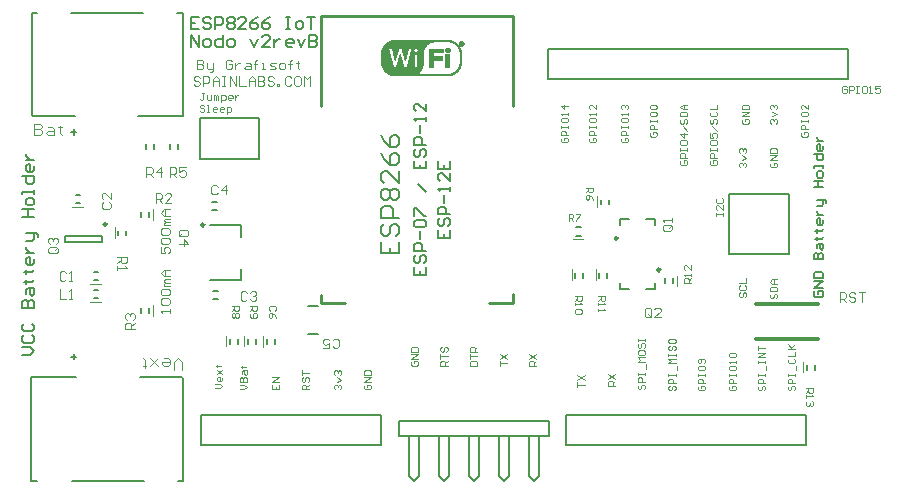
<source format=gto>
%FSLAX44Y44*%
%MOMM*%
G71*
G01*
G75*
G04 Layer_Color=65535*
%ADD10R,1.3000X2.1000*%
%ADD11O,2.0000X1.0000*%
%ADD12O,4.0000X1.0000*%
%ADD13R,0.6500X0.9000*%
%ADD14R,2.0000X2.0000*%
%ADD15O,1.0000X3.0000*%
%ADD16R,0.9000X0.6500*%
%ADD17R,1.3000X0.9000*%
%ADD18O,1.0000X2.0000*%
%ADD19R,0.9000X1.3000*%
%ADD20R,1.9000X4.0000*%
%ADD21R,1.3000X4.5000*%
%ADD22R,0.6500X1.1000*%
%ADD23R,1.0000X1.0000*%
%ADD24R,0.6000X1.5000*%
%ADD25R,1.4000X0.6000*%
%ADD26P,2.0566X8X112.5*%
%ADD27R,1.3970X2.5400*%
%ADD28R,2.5400X1.1430*%
%ADD29C,0.3000*%
%ADD30C,0.6000*%
%ADD31C,0.4000*%
%ADD32C,0.5000*%
%ADD33C,0.2000*%
%ADD34C,3.0000*%
%ADD35R,1.5000X1.5000*%
%ADD36C,1.5000*%
%ADD37C,3.5000*%
%ADD38C,0.8000*%
%ADD39C,0.7000*%
%ADD40C,1.0000*%
%ADD41C,0.2500*%
%ADD42C,0.1000*%
%ADD43C,0.2540*%
%ADD44C,0.0127*%
%ADD45C,0.1500*%
D29*
X676480Y122160D02*
X728980D01*
X676480Y152160D02*
X728480D01*
D33*
X297240Y150890D02*
X305240D01*
X297240Y126890D02*
X305240D01*
X718960Y96510D02*
Y100510D01*
X725960Y96510D02*
Y100510D01*
X606180Y170010D02*
Y174010D01*
X599180Y170010D02*
Y174010D01*
X543280Y174510D02*
Y178510D01*
X550280Y174510D02*
Y178510D01*
X522960Y174510D02*
Y178510D01*
X529960Y174510D02*
Y178510D01*
X262020Y118230D02*
Y122230D01*
X269020Y118230D02*
Y122230D01*
X245760Y118310D02*
Y122310D01*
X252760Y118310D02*
Y122310D01*
X230520Y118310D02*
Y122310D01*
X237520Y118310D02*
Y122310D01*
X523970Y210120D02*
X527970D01*
X523970Y217120D02*
X527970D01*
X544600Y236470D02*
Y240470D01*
X551600Y236470D02*
Y240470D01*
X180080Y283530D02*
Y287530D01*
X187080Y283530D02*
Y287530D01*
X159760Y283530D02*
Y287530D01*
X166760Y283530D02*
Y287530D01*
X205000Y275000D02*
X210000D01*
X205000D02*
Y310000D01*
X255000D01*
Y275000D02*
Y310000D01*
X210000Y275000D02*
X255000D01*
X358620Y33020D02*
Y58420D01*
X206220Y33020D02*
Y58420D01*
X358620D01*
X206220Y33020D02*
X358620D01*
X373860Y53340D02*
X500860D01*
X492393Y6773D02*
Y40640D01*
X488160Y2540D02*
X492393Y6773D01*
X483927D02*
X488160Y2540D01*
X483927Y6773D02*
Y40640D01*
X466993Y6773D02*
Y40640D01*
X462760Y2540D02*
X466993Y6773D01*
X458527D02*
X462760Y2540D01*
X458527Y6773D02*
Y40640D01*
X441593Y6773D02*
Y40640D01*
X437360Y2540D02*
X441593Y6773D01*
X433127D02*
X437360Y2540D01*
X433127Y6773D02*
Y40640D01*
X416193Y6773D02*
Y40640D01*
X411960Y2540D02*
X416193Y6773D01*
X407727D02*
X411960Y2540D01*
X407727Y6773D02*
Y40640D01*
X390793Y6773D02*
Y40640D01*
X386560Y2540D02*
X390793Y6773D01*
X382327D02*
X386560Y2540D01*
X382327Y6773D02*
Y40640D01*
X373860D02*
Y53340D01*
Y40640D02*
X500860D01*
Y53340D01*
X216250Y163080D02*
X220250D01*
X216250Y156080D02*
X220250D01*
X215370Y238520D02*
X219370D01*
X215370Y231520D02*
X219370D01*
X63280Y399000D02*
X67280D01*
X63280Y312000D02*
Y399000D01*
Y312000D02*
X64280Y311000D01*
X99280D01*
X96280Y399000D02*
X157280D01*
X186280D02*
X191280D01*
Y311000D02*
Y399000D01*
X153280Y311000D02*
X191280D01*
X91300Y205100D02*
X122300D01*
X91300Y210100D02*
X122300D01*
X91300Y205100D02*
Y210100D01*
X122300Y205100D02*
Y210100D01*
X135980Y210390D02*
Y214390D01*
X142980Y210390D02*
Y214390D01*
X115250Y157000D02*
X119250D01*
X115250Y164000D02*
X119250D01*
X115250Y172240D02*
X119250D01*
X115250Y179240D02*
X119250D01*
X100010Y237360D02*
X104010D01*
X100010Y244360D02*
X104010D01*
X162480Y144930D02*
Y148930D01*
X155480Y144930D02*
Y148930D01*
X162480Y226210D02*
Y230210D01*
X155480Y226210D02*
Y230210D01*
X186720Y2320D02*
X190720D01*
Y89320D01*
X189720Y90320D02*
X190720Y89320D01*
X154720Y90320D02*
X189720D01*
X96720Y2320D02*
X157720D01*
X62720D02*
X67720D01*
X62720D02*
Y90320D01*
X100720D01*
X590900Y164720D02*
Y169720D01*
X582900Y164720D02*
X590900D01*
X560900D02*
Y169720D01*
Y164720D02*
X568900D01*
X560900Y219440D02*
Y224440D01*
X568900D01*
X590900Y219440D02*
Y224440D01*
X582900D02*
X590900D01*
X214240Y218760D02*
X240240D01*
Y209260D02*
Y218760D01*
X214240Y172760D02*
X240240D01*
Y182260D01*
X515620Y58420D02*
X718820D01*
X515620Y33020D02*
Y58420D01*
Y33020D02*
X718820D01*
Y58420D01*
X652900Y194900D02*
X703700D01*
Y245700D01*
X652900D02*
X703700D01*
X652900Y194900D02*
Y245700D01*
X754380Y342900D02*
Y368300D01*
X500380Y342900D02*
X754380D01*
X500380D02*
Y368300D01*
X519430D01*
X754380D01*
X407003Y214664D02*
Y208000D01*
X417000D01*
Y214664D01*
X412002Y208000D02*
Y211332D01*
X408669Y224661D02*
X407003Y222995D01*
Y219663D01*
X408669Y217997D01*
X410336D01*
X412002Y219663D01*
Y222995D01*
X413668Y224661D01*
X415334D01*
X417000Y222995D01*
Y219663D01*
X415334Y217997D01*
X417000Y227994D02*
X407003D01*
Y232992D01*
X408669Y234658D01*
X412002D01*
X413668Y232992D01*
Y227994D01*
X412002Y237990D02*
Y244655D01*
X417000Y247987D02*
Y251319D01*
Y249653D01*
X407003D01*
X408669Y247987D01*
X417000Y262982D02*
Y256318D01*
X410336Y262982D01*
X408669D01*
X407003Y261316D01*
Y257984D01*
X408669Y256318D01*
X407003Y272979D02*
Y266315D01*
X417000D01*
Y272979D01*
X412002Y266315D02*
Y269647D01*
X387003Y183664D02*
Y177000D01*
X397000D01*
Y183664D01*
X392002Y177000D02*
Y180332D01*
X388669Y193661D02*
X387003Y191995D01*
Y188663D01*
X388669Y186997D01*
X390336D01*
X392002Y188663D01*
Y191995D01*
X393668Y193661D01*
X395334D01*
X397000Y191995D01*
Y188663D01*
X395334Y186997D01*
X397000Y196994D02*
X387003D01*
Y201992D01*
X388669Y203658D01*
X392002D01*
X393668Y201992D01*
Y196994D01*
X392002Y206990D02*
Y213655D01*
X388669Y216987D02*
X387003Y218653D01*
Y221985D01*
X388669Y223652D01*
X395334D01*
X397000Y221985D01*
Y218653D01*
X395334Y216987D01*
X388669D01*
X387003Y226984D02*
Y233648D01*
X388669D01*
X395334Y226984D01*
X397000D01*
Y246978D02*
X390336Y253642D01*
X387003Y273636D02*
Y266971D01*
X397000D01*
Y273636D01*
X392002Y266971D02*
Y270303D01*
X388669Y283632D02*
X387003Y281966D01*
Y278634D01*
X388669Y276968D01*
X390336D01*
X392002Y278634D01*
Y281966D01*
X393668Y283632D01*
X395334D01*
X397000Y281966D01*
Y278634D01*
X395334Y276968D01*
X397000Y286965D02*
X387003D01*
Y291963D01*
X388669Y293629D01*
X392002D01*
X393668Y291963D01*
Y286965D01*
X392002Y296961D02*
Y303626D01*
X397000Y306958D02*
Y310290D01*
Y308624D01*
X387003D01*
X388669Y306958D01*
X397000Y321953D02*
Y315289D01*
X390336Y321953D01*
X388669D01*
X387003Y320287D01*
Y316955D01*
X388669Y315289D01*
X359005Y204997D02*
Y195000D01*
X374000D01*
Y204997D01*
X366502Y195000D02*
Y199998D01*
X361504Y219992D02*
X359005Y217493D01*
Y212494D01*
X361504Y209995D01*
X364003D01*
X366502Y212494D01*
Y217493D01*
X369002Y219992D01*
X371501D01*
X374000Y217493D01*
Y212494D01*
X371501Y209995D01*
X374000Y224990D02*
X359005D01*
Y232488D01*
X361504Y234987D01*
X366502D01*
X369002Y232488D01*
Y224990D01*
X361504Y239985D02*
X359005Y242485D01*
Y247483D01*
X361504Y249982D01*
X364003D01*
X366502Y247483D01*
X369002Y249982D01*
X371501D01*
X374000Y247483D01*
Y242485D01*
X371501Y239985D01*
X369002D01*
X366502Y242485D01*
X364003Y239985D01*
X361504D01*
X366502Y242485D02*
Y247483D01*
X374000Y264977D02*
Y254981D01*
X364003Y264977D01*
X361504D01*
X359005Y262478D01*
Y257480D01*
X361504Y254981D01*
X359005Y279972D02*
X361504Y274974D01*
X366502Y269976D01*
X371501D01*
X374000Y272475D01*
Y277473D01*
X371501Y279972D01*
X369002D01*
X366502Y277473D01*
Y269976D01*
X359005Y294968D02*
X361504Y289969D01*
X366502Y284971D01*
X371501D01*
X374000Y287470D01*
Y292468D01*
X371501Y294968D01*
X369002D01*
X366502Y292468D01*
Y284971D01*
X204664Y394997D02*
X198000D01*
Y385000D01*
X204664D01*
X198000Y389998D02*
X201332D01*
X214661Y393331D02*
X212995Y394997D01*
X209663D01*
X207997Y393331D01*
Y391665D01*
X209663Y389998D01*
X212995D01*
X214661Y388332D01*
Y386666D01*
X212995Y385000D01*
X209663D01*
X207997Y386666D01*
X217994Y385000D02*
Y394997D01*
X222992D01*
X224658Y393331D01*
Y389998D01*
X222992Y388332D01*
X217994D01*
X227990Y393331D02*
X229657Y394997D01*
X232989D01*
X234655Y393331D01*
Y391665D01*
X232989Y389998D01*
X234655Y388332D01*
Y386666D01*
X232989Y385000D01*
X229657D01*
X227990Y386666D01*
Y388332D01*
X229657Y389998D01*
X227990Y391665D01*
Y393331D01*
X229657Y389998D02*
X232989D01*
X244652Y385000D02*
X237987D01*
X244652Y391665D01*
Y393331D01*
X242985Y394997D01*
X239653D01*
X237987Y393331D01*
X254648Y394997D02*
X251316Y393331D01*
X247984Y389998D01*
Y386666D01*
X249650Y385000D01*
X252982D01*
X254648Y386666D01*
Y388332D01*
X252982Y389998D01*
X247984D01*
X264645Y394997D02*
X261313Y393331D01*
X257981Y389998D01*
Y386666D01*
X259647Y385000D01*
X262979D01*
X264645Y386666D01*
Y388332D01*
X262979Y389998D01*
X257981D01*
X277974Y394997D02*
X281306D01*
X279640D01*
Y385000D01*
X277974D01*
X281306D01*
X287971D02*
X291303D01*
X292969Y386666D01*
Y389998D01*
X291303Y391665D01*
X287971D01*
X286305Y389998D01*
Y386666D01*
X287971Y385000D01*
X296302Y394997D02*
X302966D01*
X299634D01*
Y385000D01*
X198000Y370000D02*
Y379997D01*
X204664Y370000D01*
Y379997D01*
X209663Y370000D02*
X212995D01*
X214661Y371666D01*
Y374998D01*
X212995Y376665D01*
X209663D01*
X207997Y374998D01*
Y371666D01*
X209663Y370000D01*
X224658Y379997D02*
Y370000D01*
X219660D01*
X217994Y371666D01*
Y374998D01*
X219660Y376665D01*
X224658D01*
X229657Y370000D02*
X232989D01*
X234655Y371666D01*
Y374998D01*
X232989Y376665D01*
X229657D01*
X227990Y374998D01*
Y371666D01*
X229657Y370000D01*
X247984Y376665D02*
X251316Y370000D01*
X254648Y376665D01*
X264645Y370000D02*
X257981D01*
X264645Y376665D01*
Y378331D01*
X262979Y379997D01*
X259647D01*
X257981Y378331D01*
X267978Y376665D02*
Y370000D01*
Y373332D01*
X269644Y374998D01*
X271310Y376665D01*
X272976D01*
X282973Y370000D02*
X279640D01*
X277974Y371666D01*
Y374998D01*
X279640Y376665D01*
X282973D01*
X284639Y374998D01*
Y373332D01*
X277974D01*
X287971Y376665D02*
X291303Y370000D01*
X294636Y376665D01*
X297968Y379997D02*
Y370000D01*
X302966D01*
X304632Y371666D01*
Y373332D01*
X302966Y374998D01*
X297968D01*
X302966D01*
X304632Y376665D01*
Y378331D01*
X302966Y379997D01*
X297968D01*
D41*
X126300Y219600D02*
G03*
X126300Y219600I-1250J0D01*
G01*
X595150Y181220D02*
G03*
X595150Y181220I-1250J0D01*
G01*
X559150Y207940D02*
G03*
X559150Y207940I-1250J0D01*
G01*
X208990Y219260D02*
G03*
X208990Y219260I-1250J0D01*
G01*
D42*
X716090Y94480D02*
Y103480D01*
X609050Y167040D02*
Y176040D01*
X540410Y172480D02*
Y181480D01*
X520090Y172480D02*
Y181480D01*
X259150Y116200D02*
Y125200D01*
X242890Y116280D02*
Y125280D01*
X227650Y116280D02*
Y125280D01*
X521000Y207250D02*
X530000D01*
X541730Y234440D02*
Y243440D01*
X133110Y208360D02*
Y217360D01*
X112280Y154130D02*
X121280D01*
X112280Y169370D02*
X121280D01*
X97040Y234490D02*
X106040D01*
X165350Y141960D02*
Y150960D01*
Y223240D02*
Y232240D01*
X718500Y81000D02*
X724498D01*
Y78001D01*
X723498Y77001D01*
X721499D01*
X720499Y78001D01*
Y81000D01*
Y79001D02*
X718500Y77001D01*
Y75002D02*
Y73003D01*
Y74002D01*
X724498D01*
X723498Y75002D01*
Y70004D02*
X724498Y69004D01*
Y67005D01*
X723498Y66005D01*
X722499D01*
X721499Y67005D01*
Y68004D01*
Y67005D01*
X720499Y66005D01*
X719500D01*
X718500Y67005D01*
Y69004D01*
X719500Y70004D01*
X621000Y170000D02*
X615002D01*
Y172999D01*
X616002Y173999D01*
X618001D01*
X619001Y172999D01*
Y170000D01*
Y171999D02*
X621000Y173999D01*
Y175998D02*
Y177997D01*
Y176998D01*
X615002D01*
X616002Y175998D01*
X621000Y184995D02*
Y180996D01*
X617001Y184995D01*
X616002D01*
X615002Y183995D01*
Y181996D01*
X616002Y180996D01*
X542500Y159000D02*
X548498D01*
Y156001D01*
X547498Y155001D01*
X545499D01*
X544499Y156001D01*
Y159000D01*
Y157001D02*
X542500Y155001D01*
Y153002D02*
Y151003D01*
Y152002D01*
X548498D01*
X547498Y153002D01*
X542500Y148004D02*
Y146004D01*
Y147004D01*
X548498D01*
X547498Y148004D01*
X522500Y159000D02*
X528498D01*
Y156001D01*
X527498Y155001D01*
X525499D01*
X524499Y156001D01*
Y159000D01*
Y157001D02*
X522500Y155001D01*
Y153002D02*
Y151003D01*
Y152002D01*
X528498D01*
X527498Y153002D01*
Y148004D02*
X528498Y147004D01*
Y145005D01*
X527498Y144005D01*
X523500D01*
X522500Y145005D01*
Y147004D01*
X523500Y148004D01*
X527498D01*
X268738Y146561D02*
X269738Y147561D01*
Y149560D01*
X268738Y150560D01*
X264740D01*
X263740Y149560D01*
Y147561D01*
X264740Y146561D01*
X269738Y140563D02*
X268738Y142563D01*
X266739Y144562D01*
X264740D01*
X263740Y143562D01*
Y141563D01*
X264740Y140563D01*
X265739D01*
X266739Y141563D01*
Y144562D01*
X247480Y150640D02*
X253478D01*
Y147641D01*
X252478Y146641D01*
X250479D01*
X249479Y147641D01*
Y150640D01*
Y148641D02*
X247480Y146641D01*
X248480Y144642D02*
X247480Y143642D01*
Y141643D01*
X248480Y140643D01*
X252478D01*
X253478Y141643D01*
Y143642D01*
X252478Y144642D01*
X251479D01*
X250479Y143642D01*
Y140643D01*
X232240Y150640D02*
X238238D01*
Y147641D01*
X237238Y146641D01*
X235239D01*
X234239Y147641D01*
Y150640D01*
Y148641D02*
X232240Y146641D01*
X237238Y144642D02*
X238238Y143642D01*
Y141643D01*
X237238Y140643D01*
X236239D01*
X235239Y141643D01*
X234239Y140643D01*
X233240D01*
X232240Y141643D01*
Y143642D01*
X233240Y144642D01*
X234239D01*
X235239Y143642D01*
X236239Y144642D01*
X237238D01*
X235239Y143642D02*
Y141643D01*
X517440Y222640D02*
Y228638D01*
X520439D01*
X521439Y227638D01*
Y225639D01*
X520439Y224639D01*
X517440D01*
X519439D02*
X521439Y222640D01*
X523438Y228638D02*
X527437D01*
Y227638D01*
X523438Y223640D01*
Y222640D01*
X532060Y250660D02*
X538058D01*
Y247661D01*
X537058Y246661D01*
X535059D01*
X534059Y247661D01*
Y250660D01*
Y248661D02*
X532060Y246661D01*
X538058Y240663D02*
X537058Y242663D01*
X535059Y244662D01*
X533060D01*
X532060Y243662D01*
Y241663D01*
X533060Y240663D01*
X534059D01*
X535059Y241663D01*
Y244662D01*
X180000Y260000D02*
Y267997D01*
X183999D01*
X185332Y266665D01*
Y263999D01*
X183999Y262666D01*
X180000D01*
X182666D02*
X185332Y260000D01*
X193329Y267997D02*
X187997D01*
Y263999D01*
X190663Y265332D01*
X191996D01*
X193329Y263999D01*
Y261333D01*
X191996Y260000D01*
X189330D01*
X187997Y261333D01*
X160000Y260000D02*
Y267997D01*
X163999D01*
X165332Y266665D01*
Y263999D01*
X163999Y262666D01*
X160000D01*
X162666D02*
X165332Y260000D01*
X171996D02*
Y267997D01*
X167997Y263999D01*
X173329D01*
X317668Y116335D02*
X319001Y115003D01*
X321667D01*
X323000Y116335D01*
Y121667D01*
X321667Y123000D01*
X319001D01*
X317668Y121667D01*
X309671Y115003D02*
X315003D01*
Y119001D01*
X312337Y117668D01*
X311004D01*
X309671Y119001D01*
Y121667D01*
X311004Y123000D01*
X313670D01*
X315003Y121667D01*
X245172Y161824D02*
X243839Y163157D01*
X241173D01*
X239840Y161824D01*
Y156493D01*
X241173Y155160D01*
X243839D01*
X245172Y156493D01*
X247837Y161824D02*
X249170Y163157D01*
X251836D01*
X253169Y161824D01*
Y160492D01*
X251836Y159159D01*
X250503D01*
X251836D01*
X253169Y157826D01*
Y156493D01*
X251836Y155160D01*
X249170D01*
X247837Y156493D01*
X220332Y251665D02*
X218999Y252997D01*
X216333D01*
X215000Y251665D01*
Y246333D01*
X216333Y245000D01*
X218999D01*
X220332Y246333D01*
X226996Y245000D02*
Y252997D01*
X222997Y248999D01*
X228329D01*
X65000Y304997D02*
Y295000D01*
X69998D01*
X71665Y296666D01*
Y298332D01*
X69998Y299998D01*
X65000D01*
X69998D01*
X71665Y301665D01*
Y303331D01*
X69998Y304997D01*
X65000D01*
X76663Y301665D02*
X79995D01*
X81661Y299998D01*
Y295000D01*
X76663D01*
X74997Y296666D01*
X76663Y298332D01*
X81661D01*
X86660Y303331D02*
Y301665D01*
X84994D01*
X88326D01*
X86660D01*
Y296666D01*
X88326Y295000D01*
X83667Y200332D02*
X78335D01*
X77003Y198999D01*
Y196333D01*
X78335Y195000D01*
X83667D01*
X85000Y196333D01*
Y198999D01*
X82334Y197666D02*
X85000Y200332D01*
Y198999D02*
X83667Y200332D01*
X78335Y202997D02*
X77003Y204330D01*
Y206996D01*
X78335Y208329D01*
X79668D01*
X81001Y206996D01*
Y205663D01*
Y206996D01*
X82334Y208329D01*
X83667D01*
X85000Y206996D01*
Y204330D01*
X83667Y202997D01*
X135500Y192080D02*
X143497D01*
Y188081D01*
X142165Y186748D01*
X139499D01*
X138166Y188081D01*
Y192080D01*
Y189414D02*
X135500Y186748D01*
Y184083D02*
Y181417D01*
Y182750D01*
X143497D01*
X142165Y184083D01*
X86480Y164797D02*
Y156800D01*
X91812D01*
X94478D02*
X97143D01*
X95810D01*
Y164797D01*
X94478Y163465D01*
X91812Y178704D02*
X90479Y180037D01*
X87813D01*
X86480Y178704D01*
Y173373D01*
X87813Y172040D01*
X90479D01*
X91812Y173373D01*
X94478Y172040D02*
X97143D01*
X95810D01*
Y180037D01*
X94478Y178704D01*
X123336Y238332D02*
X122003Y236999D01*
Y234333D01*
X123336Y233000D01*
X128667D01*
X130000Y234333D01*
Y236999D01*
X128667Y238332D01*
X130000Y246329D02*
Y240997D01*
X124668Y246329D01*
X123336D01*
X122003Y244996D01*
Y242330D01*
X123336Y240997D01*
X150000Y131000D02*
X142003D01*
Y134999D01*
X143336Y136332D01*
X146001D01*
X147334Y134999D01*
Y131000D01*
Y133666D02*
X150000Y136332D01*
X143336Y138997D02*
X142003Y140330D01*
Y142996D01*
X143336Y144329D01*
X144668D01*
X146001Y142996D01*
Y141663D01*
Y142996D01*
X147334Y144329D01*
X148667D01*
X150000Y142996D01*
Y140330D01*
X148667Y138997D01*
X167760Y238080D02*
Y246077D01*
X171759D01*
X173092Y244744D01*
Y242079D01*
X171759Y240746D01*
X167760D01*
X170426D02*
X173092Y238080D01*
X181089D02*
X175758D01*
X181089Y243412D01*
Y244744D01*
X179756Y246077D01*
X177090D01*
X175758Y244744D01*
X190080Y96523D02*
Y103188D01*
X186748Y106520D01*
X183416Y103188D01*
Y96523D01*
X175085Y106520D02*
X178417D01*
X180083Y104854D01*
Y101522D01*
X178417Y99855D01*
X175085D01*
X173419Y101522D01*
Y103188D01*
X180083D01*
X170086Y99855D02*
X163422Y106520D01*
X166754Y103188D01*
X163422Y99855D01*
X170086Y106520D01*
X158424Y98189D02*
Y99855D01*
X160090D01*
X156757D01*
X158424D01*
Y104854D01*
X156757Y106520D01*
X587332Y142333D02*
Y147664D01*
X585999Y148997D01*
X583333D01*
X582000Y147664D01*
Y142333D01*
X583333Y141000D01*
X585999D01*
X584666Y143666D02*
X587332Y141000D01*
X585999D02*
X587332Y142333D01*
X595329Y141000D02*
X589997D01*
X595329Y146332D01*
Y147664D01*
X593996Y148997D01*
X591330D01*
X589997Y147664D01*
X603667Y219332D02*
X598335D01*
X597003Y217999D01*
Y215333D01*
X598335Y214000D01*
X603667D01*
X605000Y215333D01*
Y217999D01*
X602334Y216666D02*
X605000Y219332D01*
Y217999D02*
X603667Y219332D01*
X605000Y221997D02*
Y224663D01*
Y223330D01*
X597003D01*
X598335Y221997D01*
X188833Y209668D02*
X194165D01*
X195497Y211001D01*
Y213667D01*
X194165Y215000D01*
X188833D01*
X187500Y213667D01*
Y211001D01*
X190166Y212334D02*
X187500Y209668D01*
Y211001D02*
X188833Y209668D01*
X187500Y203004D02*
X195497D01*
X191499Y207003D01*
Y201671D01*
X747000Y154000D02*
Y161997D01*
X750999D01*
X752332Y160665D01*
Y157999D01*
X750999Y156666D01*
X747000D01*
X749666D02*
X752332Y154000D01*
X760329Y160665D02*
X758996Y161997D01*
X756330D01*
X754997Y160665D01*
Y159332D01*
X756330Y157999D01*
X758996D01*
X760329Y156666D01*
Y155333D01*
X758996Y154000D01*
X756330D01*
X754997Y155333D01*
X762995Y161997D02*
X768326D01*
X765661D01*
Y154000D01*
X704002Y82999D02*
X703002Y81999D01*
Y80000D01*
X704002Y79000D01*
X705001D01*
X706001Y80000D01*
Y81999D01*
X707001Y82999D01*
X708000D01*
X709000Y81999D01*
Y80000D01*
X708000Y79000D01*
X709000Y84998D02*
X703002D01*
Y87997D01*
X704002Y88997D01*
X706001D01*
X707001Y87997D01*
Y84998D01*
X703002Y90996D02*
Y92996D01*
Y91996D01*
X709000D01*
Y90996D01*
Y92996D01*
X710000Y95995D02*
Y99993D01*
X704002Y105991D02*
X703002Y104992D01*
Y102992D01*
X704002Y101993D01*
X708000D01*
X709000Y102992D01*
Y104992D01*
X708000Y105991D01*
X703002Y107991D02*
X709000D01*
Y111989D01*
X703002Y113989D02*
X709000D01*
X707001D01*
X703002Y117987D01*
X706001Y114988D01*
X709000Y117987D01*
X679002Y82999D02*
X678002Y81999D01*
Y80000D01*
X679002Y79000D01*
X680001D01*
X681001Y80000D01*
Y81999D01*
X682001Y82999D01*
X683000D01*
X684000Y81999D01*
Y80000D01*
X683000Y79000D01*
X684000Y84998D02*
X678002D01*
Y87997D01*
X679002Y88997D01*
X681001D01*
X682001Y87997D01*
Y84998D01*
X678002Y90996D02*
Y92996D01*
Y91996D01*
X684000D01*
Y90996D01*
Y92996D01*
X685000Y95995D02*
Y99993D01*
X678002Y101993D02*
Y103992D01*
Y102992D01*
X684000D01*
Y101993D01*
Y103992D01*
Y106991D02*
X678002D01*
X684000Y110990D01*
X678002D01*
Y112989D02*
Y116988D01*
Y114988D01*
X684000D01*
X654002Y82999D02*
X653002Y81999D01*
Y80000D01*
X654002Y79000D01*
X658000D01*
X659000Y80000D01*
Y81999D01*
X658000Y82999D01*
X656001D01*
Y80999D01*
X659000Y84998D02*
X653002D01*
Y87997D01*
X654002Y88997D01*
X656001D01*
X657001Y87997D01*
Y84998D01*
X653002Y90996D02*
Y92996D01*
Y91996D01*
X659000D01*
Y90996D01*
Y92996D01*
X653002Y98994D02*
Y96994D01*
X654002Y95995D01*
X658000D01*
X659000Y96994D01*
Y98994D01*
X658000Y99993D01*
X654002D01*
X653002Y98994D01*
X659000Y101993D02*
Y103992D01*
Y102992D01*
X653002D01*
X654002Y101993D01*
Y106991D02*
X653002Y107991D01*
Y109990D01*
X654002Y110990D01*
X658000D01*
X659000Y109990D01*
Y107991D01*
X658000Y106991D01*
X654002D01*
X628002Y82999D02*
X627002Y81999D01*
Y80000D01*
X628002Y79000D01*
X632000D01*
X633000Y80000D01*
Y81999D01*
X632000Y82999D01*
X630001D01*
Y80999D01*
X633000Y84998D02*
X627002D01*
Y87997D01*
X628002Y88997D01*
X630001D01*
X631001Y87997D01*
Y84998D01*
X627002Y90996D02*
Y92996D01*
Y91996D01*
X633000D01*
Y90996D01*
Y92996D01*
X627002Y98994D02*
Y96994D01*
X628002Y95995D01*
X632000D01*
X633000Y96994D01*
Y98994D01*
X632000Y99993D01*
X628002D01*
X627002Y98994D01*
X632000Y101993D02*
X633000Y102992D01*
Y104992D01*
X632000Y105991D01*
X628002D01*
X627002Y104992D01*
Y102992D01*
X628002Y101993D01*
X629001D01*
X630001Y102992D01*
Y105991D01*
X603002Y82999D02*
X602002Y81999D01*
Y80000D01*
X603002Y79000D01*
X604001D01*
X605001Y80000D01*
Y81999D01*
X606001Y82999D01*
X607000D01*
X608000Y81999D01*
Y80000D01*
X607000Y79000D01*
X608000Y84998D02*
X602002D01*
Y87997D01*
X603002Y88997D01*
X605001D01*
X606001Y87997D01*
Y84998D01*
X602002Y90996D02*
Y92996D01*
Y91996D01*
X608000D01*
Y90996D01*
Y92996D01*
X609000Y95995D02*
Y99993D01*
X608000Y101993D02*
X602002D01*
X604001Y103992D01*
X602002Y105991D01*
X608000D01*
X602002Y107991D02*
Y109990D01*
Y108990D01*
X608000D01*
Y107991D01*
Y109990D01*
X603002Y116988D02*
X602002Y115988D01*
Y113989D01*
X603002Y112989D01*
X604001D01*
X605001Y113989D01*
Y115988D01*
X606001Y116988D01*
X607000D01*
X608000Y115988D01*
Y113989D01*
X607000Y112989D01*
X602002Y121986D02*
Y119987D01*
X603002Y118987D01*
X607000D01*
X608000Y119987D01*
Y121986D01*
X607000Y122986D01*
X603002D01*
X602002Y121986D01*
X577002Y83999D02*
X576002Y82999D01*
Y81000D01*
X577002Y80000D01*
X578001D01*
X579001Y81000D01*
Y82999D01*
X580001Y83999D01*
X581000D01*
X582000Y82999D01*
Y81000D01*
X581000Y80000D01*
X582000Y85998D02*
X576002D01*
Y88997D01*
X577002Y89997D01*
X579001D01*
X580001Y88997D01*
Y85998D01*
X576002Y91996D02*
Y93996D01*
Y92996D01*
X582000D01*
Y91996D01*
Y93996D01*
X583000Y96994D02*
Y100993D01*
X582000Y102992D02*
X576002D01*
X578001Y104992D01*
X576002Y106991D01*
X582000D01*
X576002Y111990D02*
Y109990D01*
X577002Y108991D01*
X581000D01*
X582000Y109990D01*
Y111990D01*
X581000Y112989D01*
X577002D01*
X576002Y111990D01*
X577002Y118987D02*
X576002Y117988D01*
Y115988D01*
X577002Y114989D01*
X578001D01*
X579001Y115988D01*
Y117988D01*
X580001Y118987D01*
X581000D01*
X582000Y117988D01*
Y115988D01*
X581000Y114989D01*
X576002Y120987D02*
Y122986D01*
Y121986D01*
X582000D01*
Y120987D01*
Y122986D01*
X642002Y227000D02*
Y228999D01*
Y228000D01*
X648000D01*
Y227000D01*
Y228999D01*
Y235997D02*
Y231998D01*
X644001Y235997D01*
X643002D01*
X642002Y234997D01*
Y232998D01*
X643002Y231998D01*
Y241995D02*
X642002Y240996D01*
Y238996D01*
X643002Y237996D01*
X647000D01*
X648000Y238996D01*
Y240996D01*
X647000Y241995D01*
X297500Y80000D02*
X291502D01*
Y82999D01*
X292502Y83999D01*
X294501D01*
X295501Y82999D01*
Y80000D01*
Y81999D02*
X297500Y83999D01*
X292502Y89997D02*
X291502Y88997D01*
Y86998D01*
X292502Y85998D01*
X293501D01*
X294501Y86998D01*
Y88997D01*
X295501Y89997D01*
X296500D01*
X297500Y88997D01*
Y86998D01*
X296500Y85998D01*
X291502Y91996D02*
Y95995D01*
Y93996D01*
X297500D01*
X266502Y83999D02*
Y80000D01*
X272500D01*
Y83999D01*
X269501Y80000D02*
Y81999D01*
X272500Y85998D02*
X266502D01*
X272500Y89997D01*
X266502D01*
X208999Y319998D02*
X207999Y320998D01*
X206000D01*
X205000Y319998D01*
Y318999D01*
X206000Y317999D01*
X207999D01*
X208999Y316999D01*
Y316000D01*
X207999Y315000D01*
X206000D01*
X205000Y316000D01*
X210998Y315000D02*
X212997D01*
X211998D01*
Y320998D01*
X210998D01*
X218995Y315000D02*
X216996D01*
X215996Y316000D01*
Y317999D01*
X216996Y318999D01*
X218995D01*
X219995Y317999D01*
Y316999D01*
X215996D01*
X224993Y315000D02*
X222994D01*
X221994Y316000D01*
Y317999D01*
X222994Y318999D01*
X224993D01*
X225993Y317999D01*
Y316999D01*
X221994D01*
X227992Y313001D02*
Y318999D01*
X230992D01*
X231991Y317999D01*
Y316000D01*
X230992Y315000D01*
X227992D01*
X208999Y330998D02*
X206999D01*
X207999D01*
Y326000D01*
X206999Y325000D01*
X206000D01*
X205000Y326000D01*
X210998Y328999D02*
Y326000D01*
X211998Y325000D01*
X214997D01*
Y328999D01*
X216996Y325000D02*
Y328999D01*
X217996D01*
X218995Y327999D01*
Y325000D01*
Y327999D01*
X219995Y328999D01*
X220995Y327999D01*
Y325000D01*
X222994Y323001D02*
Y328999D01*
X225993D01*
X226993Y327999D01*
Y326000D01*
X225993Y325000D01*
X222994D01*
X231991D02*
X229992D01*
X228992Y326000D01*
Y327999D01*
X229992Y328999D01*
X231991D01*
X232991Y327999D01*
Y326999D01*
X228992D01*
X234990Y328999D02*
Y325000D01*
Y326999D01*
X235990Y327999D01*
X236990Y328999D01*
X237989D01*
X239002Y80000D02*
X243001D01*
X245000Y81999D01*
X243001Y83999D01*
X239002D01*
Y85998D02*
X245000D01*
Y88997D01*
X244000Y89997D01*
X243001D01*
X242001Y88997D01*
Y85998D01*
Y88997D01*
X241001Y89997D01*
X240002D01*
X239002Y88997D01*
Y85998D01*
X241001Y92996D02*
Y94995D01*
X242001Y95995D01*
X245000D01*
Y92996D01*
X244000Y91996D01*
X243001Y92996D01*
Y95995D01*
X240002Y98994D02*
X241001D01*
Y97994D01*
Y99993D01*
Y98994D01*
X244000D01*
X245000Y99993D01*
X217922Y80720D02*
X221921D01*
X223920Y82719D01*
X221921Y84719D01*
X217922D01*
X223920Y89717D02*
Y87718D01*
X222920Y86718D01*
X220921D01*
X219921Y87718D01*
Y89717D01*
X220921Y90717D01*
X221921D01*
Y86718D01*
X219921Y92716D02*
X223920Y96715D01*
X221921Y94715D01*
X219921Y96715D01*
X223920Y92716D01*
X218922Y99714D02*
X219921D01*
Y98714D01*
Y100714D01*
Y99714D01*
X222920D01*
X223920Y100714D01*
X320002Y80000D02*
X319002Y81000D01*
Y82999D01*
X320002Y83999D01*
X321001D01*
X322001Y82999D01*
Y81999D01*
Y82999D01*
X323001Y83999D01*
X324000D01*
X325000Y82999D01*
Y81000D01*
X324000Y80000D01*
X321001Y85998D02*
X325000Y87997D01*
X321001Y89997D01*
X320002Y91996D02*
X319002Y92996D01*
Y94995D01*
X320002Y95995D01*
X321001D01*
X322001Y94995D01*
Y93996D01*
Y94995D01*
X323001Y95995D01*
X324000D01*
X325000Y94995D01*
Y92996D01*
X324000Y91996D01*
X345002Y83999D02*
X344002Y82999D01*
Y81000D01*
X345002Y80000D01*
X349000D01*
X350000Y81000D01*
Y82999D01*
X349000Y83999D01*
X347001D01*
Y81999D01*
X350000Y85998D02*
X344002D01*
X350000Y89997D01*
X344002D01*
Y91996D02*
X350000D01*
Y94995D01*
X349000Y95995D01*
X345002D01*
X344002Y94995D01*
Y91996D01*
X490000Y100000D02*
X484002D01*
Y102999D01*
X485002Y103999D01*
X487001D01*
X488001Y102999D01*
Y100000D01*
Y101999D02*
X490000Y103999D01*
X484002Y105998D02*
X490000Y109997D01*
X484002D02*
X490000Y105998D01*
X459002Y100000D02*
Y103999D01*
Y101999D01*
X465000D01*
X459002Y105998D02*
X465000Y109997D01*
X459002D02*
X465000Y105998D01*
X434002Y100000D02*
X440000D01*
Y102999D01*
X439000Y103999D01*
X435002D01*
X434002Y102999D01*
Y100000D01*
Y105998D02*
Y109997D01*
Y107997D01*
X440000D01*
Y111996D02*
X434002D01*
Y114995D01*
X435002Y115995D01*
X437001D01*
X438001Y114995D01*
Y111996D01*
Y113996D02*
X440000Y115995D01*
X415000Y100000D02*
X409002D01*
Y102999D01*
X410002Y103999D01*
X412001D01*
X413001Y102999D01*
Y100000D01*
Y101999D02*
X415000Y103999D01*
X409002Y105998D02*
Y109997D01*
Y107997D01*
X415000D01*
X410002Y115995D02*
X409002Y114995D01*
Y112996D01*
X410002Y111996D01*
X411001D01*
X412001Y112996D01*
Y114995D01*
X413001Y115995D01*
X414000D01*
X415000Y114995D01*
Y112996D01*
X414000Y111996D01*
X385002Y103999D02*
X384002Y102999D01*
Y101000D01*
X385002Y100000D01*
X389000D01*
X390000Y101000D01*
Y102999D01*
X389000Y103999D01*
X387001D01*
Y101999D01*
X390000Y105998D02*
X384002D01*
X390000Y109997D01*
X384002D01*
Y111996D02*
X390000D01*
Y114995D01*
X389000Y115995D01*
X385002D01*
X384002Y114995D01*
Y111996D01*
X180000Y145000D02*
Y147666D01*
Y146333D01*
X172003D01*
X173335Y145000D01*
Y151664D02*
X172003Y152998D01*
Y155663D01*
X173335Y156996D01*
X178667D01*
X180000Y155663D01*
Y152998D01*
X178667Y151664D01*
X173335D01*
Y159662D02*
X172003Y160995D01*
Y163661D01*
X173335Y164994D01*
X178667D01*
X180000Y163661D01*
Y160995D01*
X178667Y159662D01*
X173335D01*
X180000Y167659D02*
X174668D01*
Y168992D01*
X176001Y170325D01*
X180000D01*
X176001D01*
X174668Y171658D01*
X176001Y172991D01*
X180000D01*
Y175657D02*
X174668D01*
X172003Y178323D01*
X174668Y180988D01*
X180000D01*
X176001D01*
Y175657D01*
X172003Y200332D02*
Y195000D01*
X176001D01*
X174668Y197666D01*
Y198999D01*
X176001Y200332D01*
X178667D01*
X180000Y198999D01*
Y196333D01*
X178667Y195000D01*
X173335Y202997D02*
X172003Y204330D01*
Y206996D01*
X173335Y208329D01*
X178667D01*
X180000Y206996D01*
Y204330D01*
X178667Y202997D01*
X173335D01*
Y210995D02*
X172003Y212328D01*
Y214994D01*
X173335Y216326D01*
X178667D01*
X180000Y214994D01*
Y212328D01*
X178667Y210995D01*
X173335D01*
X180000Y218992D02*
X174668D01*
Y220325D01*
X176001Y221658D01*
X180000D01*
X176001D01*
X174668Y222991D01*
X176001Y224324D01*
X180000D01*
Y226990D02*
X174668D01*
X172003Y229655D01*
X174668Y232321D01*
X180000D01*
X176001D01*
Y226990D01*
X525002Y82000D02*
Y85999D01*
Y83999D01*
X531000D01*
X525002Y87998D02*
X531000Y91997D01*
X525002D02*
X531000Y87998D01*
X557000Y83000D02*
X551002D01*
Y85999D01*
X552002Y86999D01*
X554001D01*
X555001Y85999D01*
Y83000D01*
Y84999D02*
X557000Y86999D01*
X551002Y88998D02*
X557000Y92997D01*
X551002D02*
X557000Y88998D01*
X665002Y308999D02*
X664002Y307999D01*
Y306000D01*
X665002Y305000D01*
X669000D01*
X670000Y306000D01*
Y307999D01*
X669000Y308999D01*
X667001D01*
Y306999D01*
X670000Y310998D02*
X664002D01*
X670000Y314997D01*
X664002D01*
Y316996D02*
X670000D01*
Y319995D01*
X669000Y320995D01*
X665002D01*
X664002Y319995D01*
Y316996D01*
X689002Y305000D02*
X688002Y306000D01*
Y307999D01*
X689002Y308999D01*
X690001D01*
X691001Y307999D01*
Y306999D01*
Y307999D01*
X692001Y308999D01*
X693000D01*
X694000Y307999D01*
Y306000D01*
X693000Y305000D01*
X690001Y310998D02*
X694000Y312997D01*
X690001Y314997D01*
X689002Y316996D02*
X688002Y317996D01*
Y319995D01*
X689002Y320995D01*
X690001D01*
X691001Y319995D01*
Y318995D01*
Y319995D01*
X692001Y320995D01*
X693000D01*
X694000Y319995D01*
Y317996D01*
X693000Y316996D01*
X613002Y273999D02*
X612002Y272999D01*
Y271000D01*
X613002Y270000D01*
X617000D01*
X618000Y271000D01*
Y272999D01*
X617000Y273999D01*
X615001D01*
Y271999D01*
X618000Y275998D02*
X612002D01*
Y278997D01*
X613002Y279997D01*
X615001D01*
X616001Y278997D01*
Y275998D01*
X612002Y281996D02*
Y283995D01*
Y282996D01*
X618000D01*
Y281996D01*
Y283995D01*
X612002Y289993D02*
Y287994D01*
X613002Y286994D01*
X617000D01*
X618000Y287994D01*
Y289993D01*
X617000Y290993D01*
X613002D01*
X612002Y289993D01*
X618000Y295992D02*
X612002D01*
X615001Y292992D01*
Y296991D01*
X618000Y298991D02*
X614001Y302989D01*
X613002Y308987D02*
X612002Y307988D01*
Y305988D01*
X613002Y304989D01*
X614001D01*
X615001Y305988D01*
Y307988D01*
X616001Y308987D01*
X617000D01*
X618000Y307988D01*
Y305988D01*
X617000Y304989D01*
X612002Y310987D02*
X618000D01*
Y313986D01*
X617000Y314985D01*
X613002D01*
X612002Y313986D01*
Y310987D01*
X618000Y316985D02*
X614001D01*
X612002Y318984D01*
X614001Y320984D01*
X618000D01*
X615001D01*
Y316985D01*
X638002Y273999D02*
X637002Y272999D01*
Y271000D01*
X638002Y270000D01*
X642000D01*
X643000Y271000D01*
Y272999D01*
X642000Y273999D01*
X640001D01*
Y271999D01*
X643000Y275998D02*
X637002D01*
Y278997D01*
X638002Y279997D01*
X640001D01*
X641001Y278997D01*
Y275998D01*
X637002Y281996D02*
Y283995D01*
Y282996D01*
X643000D01*
Y281996D01*
Y283995D01*
X637002Y289993D02*
Y287994D01*
X638002Y286994D01*
X642000D01*
X643000Y287994D01*
Y289993D01*
X642000Y290993D01*
X638002D01*
X637002Y289993D01*
Y296991D02*
Y292992D01*
X640001D01*
X639001Y294992D01*
Y295992D01*
X640001Y296991D01*
X642000D01*
X643000Y295992D01*
Y293992D01*
X642000Y292992D01*
X643000Y298991D02*
X639001Y302989D01*
X638002Y308987D02*
X637002Y307988D01*
Y305988D01*
X638002Y304989D01*
X639001D01*
X640001Y305988D01*
Y307988D01*
X641001Y308987D01*
X642000D01*
X643000Y307988D01*
Y305988D01*
X642000Y304989D01*
X638002Y314985D02*
X637002Y313986D01*
Y311986D01*
X638002Y310987D01*
X642000D01*
X643000Y311986D01*
Y313986D01*
X642000Y314985D01*
X637002Y316985D02*
X643000D01*
Y320984D01*
X689002Y271999D02*
X688002Y270999D01*
Y269000D01*
X689002Y268000D01*
X693000D01*
X694000Y269000D01*
Y270999D01*
X693000Y271999D01*
X691001D01*
Y269999D01*
X694000Y273998D02*
X688002D01*
X694000Y277997D01*
X688002D01*
Y279996D02*
X694000D01*
Y282995D01*
X693000Y283995D01*
X689002D01*
X688002Y282995D01*
Y279996D01*
X663002Y268000D02*
X662002Y269000D01*
Y270999D01*
X663002Y271999D01*
X664001D01*
X665001Y270999D01*
Y269999D01*
Y270999D01*
X666001Y271999D01*
X667000D01*
X668000Y270999D01*
Y269000D01*
X667000Y268000D01*
X664001Y273998D02*
X668000Y275997D01*
X664001Y277997D01*
X663002Y279996D02*
X662002Y280996D01*
Y282995D01*
X663002Y283995D01*
X664001D01*
X665001Y282995D01*
Y281996D01*
Y282995D01*
X666001Y283995D01*
X667000D01*
X668000Y282995D01*
Y280996D01*
X667000Y279996D01*
X663002Y161999D02*
X662002Y160999D01*
Y159000D01*
X663002Y158000D01*
X664001D01*
X665001Y159000D01*
Y160999D01*
X666001Y161999D01*
X667000D01*
X668000Y160999D01*
Y159000D01*
X667000Y158000D01*
X663002Y167997D02*
X662002Y166997D01*
Y164998D01*
X663002Y163998D01*
X667000D01*
X668000Y164998D01*
Y166997D01*
X667000Y167997D01*
X662002Y169996D02*
X668000D01*
Y173995D01*
X689002Y160999D02*
X688002Y159999D01*
Y158000D01*
X689002Y157000D01*
X690001D01*
X691001Y158000D01*
Y159999D01*
X692001Y160999D01*
X693000D01*
X694000Y159999D01*
Y158000D01*
X693000Y157000D01*
X688002Y162998D02*
X694000D01*
Y165997D01*
X693000Y166997D01*
X689002D01*
X688002Y165997D01*
Y162998D01*
X694000Y168996D02*
X690001D01*
X688002Y170996D01*
X690001Y172995D01*
X694000D01*
X691001D01*
Y168996D01*
X752999Y335998D02*
X751999Y336998D01*
X750000D01*
X749000Y335998D01*
Y332000D01*
X750000Y331000D01*
X751999D01*
X752999Y332000D01*
Y333999D01*
X750999D01*
X754998Y331000D02*
Y336998D01*
X757997D01*
X758997Y335998D01*
Y333999D01*
X757997Y332999D01*
X754998D01*
X760996Y336998D02*
X762996D01*
X761996D01*
Y331000D01*
X760996D01*
X762996D01*
X768994Y336998D02*
X766994D01*
X765994Y335998D01*
Y332000D01*
X766994Y331000D01*
X768994D01*
X769993Y332000D01*
Y335998D01*
X768994Y336998D01*
X771992Y331000D02*
X773992D01*
X772992D01*
Y336998D01*
X771992Y335998D01*
X780990Y336998D02*
X776991D01*
Y333999D01*
X778990Y334999D01*
X779990D01*
X780990Y333999D01*
Y332000D01*
X779990Y331000D01*
X777991D01*
X776991Y332000D01*
X715002Y297999D02*
X714002Y296999D01*
Y295000D01*
X715002Y294000D01*
X719000D01*
X720000Y295000D01*
Y296999D01*
X719000Y297999D01*
X717001D01*
Y295999D01*
X720000Y299998D02*
X714002D01*
Y302997D01*
X715002Y303997D01*
X717001D01*
X718001Y302997D01*
Y299998D01*
X714002Y305996D02*
Y307995D01*
Y306996D01*
X720000D01*
Y305996D01*
Y307995D01*
X714002Y313993D02*
Y311994D01*
X715002Y310994D01*
X719000D01*
X720000Y311994D01*
Y313993D01*
X719000Y314993D01*
X715002D01*
X714002Y313993D01*
X720000Y320991D02*
Y316992D01*
X716001Y320991D01*
X715002D01*
X714002Y319992D01*
Y317992D01*
X715002Y316992D01*
X587002Y297999D02*
X586002Y296999D01*
Y295000D01*
X587002Y294000D01*
X591000D01*
X592000Y295000D01*
Y296999D01*
X591000Y297999D01*
X589001D01*
Y295999D01*
X592000Y299998D02*
X586002D01*
Y302997D01*
X587002Y303997D01*
X589001D01*
X590001Y302997D01*
Y299998D01*
X586002Y305996D02*
Y307995D01*
Y306996D01*
X592000D01*
Y305996D01*
Y307995D01*
X586002Y313993D02*
Y311994D01*
X587002Y310994D01*
X591000D01*
X592000Y311994D01*
Y313993D01*
X591000Y314993D01*
X587002D01*
X586002Y313993D01*
X587002Y316992D02*
X586002Y317992D01*
Y319992D01*
X587002Y320991D01*
X591000D01*
X592000Y319992D01*
Y317992D01*
X591000Y316992D01*
X587002D01*
X563002Y292999D02*
X562002Y291999D01*
Y290000D01*
X563002Y289000D01*
X567000D01*
X568000Y290000D01*
Y291999D01*
X567000Y292999D01*
X565001D01*
Y290999D01*
X568000Y294998D02*
X562002D01*
Y297997D01*
X563002Y298997D01*
X565001D01*
X566001Y297997D01*
Y294998D01*
X562002Y300996D02*
Y302995D01*
Y301996D01*
X568000D01*
Y300996D01*
Y302995D01*
X562002Y308993D02*
Y306994D01*
X563002Y305994D01*
X567000D01*
X568000Y306994D01*
Y308993D01*
X567000Y309993D01*
X563002D01*
X562002Y308993D01*
X568000Y311992D02*
Y313992D01*
Y312992D01*
X562002D01*
X563002Y311992D01*
Y316991D02*
X562002Y317991D01*
Y319990D01*
X563002Y320990D01*
X564001D01*
X565001Y319990D01*
Y318990D01*
Y319990D01*
X566001Y320990D01*
X567000D01*
X568000Y319990D01*
Y317991D01*
X567000Y316991D01*
X536002Y292999D02*
X535002Y291999D01*
Y290000D01*
X536002Y289000D01*
X540000D01*
X541000Y290000D01*
Y291999D01*
X540000Y292999D01*
X538001D01*
Y290999D01*
X541000Y294998D02*
X535002D01*
Y297997D01*
X536002Y298997D01*
X538001D01*
X539001Y297997D01*
Y294998D01*
X535002Y300996D02*
Y302995D01*
Y301996D01*
X541000D01*
Y300996D01*
Y302995D01*
X535002Y308993D02*
Y306994D01*
X536002Y305994D01*
X540000D01*
X541000Y306994D01*
Y308993D01*
X540000Y309993D01*
X536002D01*
X535002Y308993D01*
X541000Y311992D02*
Y313992D01*
Y312992D01*
X535002D01*
X536002Y311992D01*
X541000Y320990D02*
Y316991D01*
X537001Y320990D01*
X536002D01*
X535002Y319990D01*
Y317991D01*
X536002Y316991D01*
X512002Y292999D02*
X511002Y291999D01*
Y290000D01*
X512002Y289000D01*
X516000D01*
X517000Y290000D01*
Y291999D01*
X516000Y292999D01*
X514001D01*
Y290999D01*
X517000Y294998D02*
X511002D01*
Y297997D01*
X512002Y298997D01*
X514001D01*
X515001Y297997D01*
Y294998D01*
X511002Y300996D02*
Y302995D01*
Y301996D01*
X517000D01*
Y300996D01*
Y302995D01*
X511002Y308993D02*
Y306994D01*
X512002Y305994D01*
X516000D01*
X517000Y306994D01*
Y308993D01*
X516000Y309993D01*
X512002D01*
X511002Y308993D01*
X517000Y311992D02*
Y313992D01*
Y312992D01*
X511002D01*
X512002Y311992D01*
X517000Y319990D02*
X511002D01*
X514001Y316991D01*
Y320990D01*
X205332Y343665D02*
X203999Y344997D01*
X201333D01*
X200000Y343665D01*
Y342332D01*
X201333Y340999D01*
X203999D01*
X205332Y339666D01*
Y338333D01*
X203999Y337000D01*
X201333D01*
X200000Y338333D01*
X207997Y337000D02*
Y344997D01*
X211996D01*
X213329Y343665D01*
Y340999D01*
X211996Y339666D01*
X207997D01*
X215995Y337000D02*
Y342332D01*
X218661Y344997D01*
X221327Y342332D01*
Y337000D01*
Y340999D01*
X215995D01*
X223992Y344997D02*
X226658D01*
X225325D01*
Y337000D01*
X223992D01*
X226658D01*
X230657D02*
Y344997D01*
X235988Y337000D01*
Y344997D01*
X238654D02*
Y337000D01*
X243986D01*
X246652D02*
Y342332D01*
X249317Y344997D01*
X251983Y342332D01*
Y337000D01*
Y340999D01*
X246652D01*
X254649Y344997D02*
Y337000D01*
X258648D01*
X259981Y338333D01*
Y339666D01*
X258648Y340999D01*
X254649D01*
X258648D01*
X259981Y342332D01*
Y343665D01*
X258648Y344997D01*
X254649D01*
X267978Y343665D02*
X266645Y344997D01*
X263979D01*
X262647Y343665D01*
Y342332D01*
X263979Y340999D01*
X266645D01*
X267978Y339666D01*
Y338333D01*
X266645Y337000D01*
X263979D01*
X262647Y338333D01*
X270644Y337000D02*
Y338333D01*
X271977D01*
Y337000D01*
X270644D01*
X282640Y343665D02*
X281307Y344997D01*
X278641D01*
X277308Y343665D01*
Y338333D01*
X278641Y337000D01*
X281307D01*
X282640Y338333D01*
X289305Y344997D02*
X286639D01*
X285306Y343665D01*
Y338333D01*
X286639Y337000D01*
X289305D01*
X290637Y338333D01*
Y343665D01*
X289305Y344997D01*
X293303Y337000D02*
Y344997D01*
X295969Y342332D01*
X298635Y344997D01*
Y337000D01*
X203000Y358997D02*
Y351000D01*
X206999D01*
X208332Y352333D01*
Y353666D01*
X206999Y354999D01*
X203000D01*
X206999D01*
X208332Y356332D01*
Y357664D01*
X206999Y358997D01*
X203000D01*
X210997Y356332D02*
Y352333D01*
X212330Y351000D01*
X216329D01*
Y349667D01*
X214996Y348334D01*
X213663D01*
X216329Y351000D02*
Y356332D01*
X232324Y357664D02*
X230991Y358997D01*
X228325D01*
X226992Y357664D01*
Y352333D01*
X228325Y351000D01*
X230991D01*
X232324Y352333D01*
Y354999D01*
X229658D01*
X234990Y356332D02*
Y351000D01*
Y353666D01*
X236323Y354999D01*
X237656Y356332D01*
X238988D01*
X244320D02*
X246986D01*
X248319Y354999D01*
Y351000D01*
X244320D01*
X242987Y352333D01*
X244320Y353666D01*
X248319D01*
X252317Y351000D02*
Y357664D01*
Y354999D01*
X250984D01*
X253650D01*
X252317D01*
Y357664D01*
X253650Y358997D01*
X257649Y351000D02*
X260315D01*
X258982D01*
Y356332D01*
X257649D01*
X264314Y351000D02*
X268312D01*
X269645Y352333D01*
X268312Y353666D01*
X265646D01*
X264314Y354999D01*
X265646Y356332D01*
X269645D01*
X273644Y351000D02*
X276310D01*
X277643Y352333D01*
Y354999D01*
X276310Y356332D01*
X273644D01*
X272311Y354999D01*
Y352333D01*
X273644Y351000D01*
X281641D02*
Y357664D01*
Y354999D01*
X280308D01*
X282974D01*
X281641D01*
Y357664D01*
X282974Y358997D01*
X288306Y357664D02*
Y356332D01*
X286973D01*
X289639D01*
X288306D01*
Y352333D01*
X289639Y351000D01*
D43*
X308130Y395910D02*
X470690D01*
Y319710D02*
Y395910D01*
Y153340D02*
Y160960D01*
X450370Y153340D02*
X470690D01*
X308130D02*
X328450D01*
X308130D02*
Y159690D01*
Y319710D02*
Y395910D01*
D44*
X368709Y375590D02*
X416461D01*
X367947Y375463D02*
X417223D01*
X367439Y375336D02*
X417731D01*
X366931Y375209D02*
X418239D01*
X366550Y375082D02*
X418620D01*
X366169Y374955D02*
X419001D01*
X365915Y374828D02*
X419255D01*
X365534Y374701D02*
X419636D01*
X425986D02*
X427256D01*
X365280Y374574D02*
X419890D01*
X425605D02*
X427510D01*
X365026Y374447D02*
X402364D01*
X416715D02*
X420144D01*
X425478D02*
X427764D01*
X364772Y374320D02*
X401602D01*
X417350D02*
X420398D01*
X425351D02*
X426240D01*
X427002D02*
X427891D01*
X364518Y374193D02*
X401221D01*
X417858D02*
X420652D01*
X425097D02*
X425859D01*
X427383D02*
X428018D01*
X364391Y374066D02*
X400713D01*
X418366D02*
X420779D01*
X425097D02*
X425732D01*
X427510D02*
X428145D01*
X364137Y373939D02*
X400459D01*
X418747D02*
X421033D01*
X424970D02*
X425478D01*
X427637D02*
X428272D01*
X363883Y373812D02*
X400078D01*
X419001D02*
X421160D01*
X424843D02*
X425351D01*
X425732D02*
X426875D01*
X427764D02*
X428272D01*
X363756Y373685D02*
X399824D01*
X419382D02*
X421414D01*
X424843D02*
X425351D01*
X425732D02*
X427256D01*
X427891D02*
X428399D01*
X363629Y373558D02*
X399570D01*
X419636D02*
X421541D01*
X424716D02*
X425224D01*
X425732D02*
X427383D01*
X428018D02*
X428399D01*
X363375Y373431D02*
X399316D01*
X419890D02*
X421795D01*
X424716D02*
X425224D01*
X425732D02*
X426113D01*
X426748D02*
X427383D01*
X428018D02*
X428526D01*
X363248Y373304D02*
X399062D01*
X420144D02*
X421922D01*
X424716D02*
X425097D01*
X425732D02*
X426113D01*
X426875D02*
X427383D01*
X428145D02*
X428526D01*
X363121Y373177D02*
X398808D01*
X420271D02*
X422049D01*
X424589D02*
X425097D01*
X425732D02*
X426113D01*
X426875D02*
X427383D01*
X428145D02*
X428526D01*
X362867Y373050D02*
X398681D01*
X420525D02*
X422303D01*
X424589D02*
X425097D01*
X425732D02*
X426113D01*
X426875D02*
X427383D01*
X428145D02*
X428526D01*
X362740Y372923D02*
X398427D01*
X420652D02*
X422430D01*
X424589D02*
X425097D01*
X425732D02*
X427383D01*
X428145D02*
X428653D01*
X362613Y372796D02*
X398300D01*
X420906D02*
X422557D01*
X424589D02*
X425097D01*
X425732D02*
X427256D01*
X428145D02*
X428653D01*
X362486Y372669D02*
X398046D01*
X421033D02*
X422684D01*
X424589D02*
X424970D01*
X425732D02*
X427002D01*
X428145D02*
X428653D01*
X362359Y372542D02*
X397919D01*
X421287D02*
X422811D01*
X424589D02*
X425097D01*
X425732D02*
X426113D01*
X426367D02*
X427002D01*
X428145D02*
X428653D01*
X362232Y372415D02*
X397792D01*
X421414D02*
X422938D01*
X424589D02*
X425097D01*
X425732D02*
X426113D01*
X426621D02*
X427129D01*
X428145D02*
X428526D01*
X362105Y372288D02*
X397665D01*
X421541D02*
X423065D01*
X424589D02*
X425097D01*
X425732D02*
X426113D01*
X426621D02*
X427256D01*
X428145D02*
X428526D01*
X361978Y372161D02*
X397411D01*
X421795D02*
X423192D01*
X424716D02*
X425097D01*
X425732D02*
X426113D01*
X426748D02*
X427256D01*
X428018D02*
X428526D01*
X361851Y372034D02*
X397284D01*
X421922D02*
X423319D01*
X424716D02*
X425224D01*
X425732D02*
X426113D01*
X426875D02*
X427383D01*
X428018D02*
X428526D01*
X361724Y371907D02*
X397157D01*
X422049D02*
X423446D01*
X424843D02*
X425224D01*
X425732D02*
X426113D01*
X426875D02*
X427510D01*
X427891D02*
X428399D01*
X361597Y371780D02*
X397030D01*
X422176D02*
X423573D01*
X424843D02*
X425351D01*
X425732D02*
X426113D01*
X427002D02*
X427510D01*
X427891D02*
X428399D01*
X361470Y371653D02*
X396903D01*
X422303D02*
X423700D01*
X424970D02*
X425478D01*
X427764D02*
X428272D01*
X361343Y371526D02*
X396776D01*
X422430D02*
X423700D01*
X424970D02*
X425605D01*
X427510D02*
X428145D01*
X361343Y371399D02*
X396649D01*
X422557D02*
X423827D01*
X425097D02*
X425859D01*
X427383D02*
X428018D01*
X361216Y371272D02*
X396649D01*
X422684D02*
X423954D01*
X425224D02*
X426113D01*
X427129D02*
X427891D01*
X361089Y371145D02*
X396522D01*
X422811D02*
X424081D01*
X425478D02*
X427764D01*
X360962Y371018D02*
X396395D01*
X422811D02*
X424208D01*
X425605D02*
X427637D01*
X360962Y370891D02*
X396268D01*
X422938D02*
X424208D01*
X425986D02*
X427256D01*
X360835Y370764D02*
X396141D01*
X423065D02*
X424335D01*
X360708Y370637D02*
X396014D01*
X423192D02*
X424462D01*
X360581Y370510D02*
X396014D01*
X423319D02*
X424462D01*
X360581Y370383D02*
X395887D01*
X423319D02*
X424589D01*
X360454Y370256D02*
X395760D01*
X423446D02*
X424716D01*
X360454Y370129D02*
X395760D01*
X423573D02*
X424716D01*
X360327Y370002D02*
X395633D01*
X423573D02*
X424843D01*
X360200Y369875D02*
X395506D01*
X423700D02*
X424843D01*
X360200Y369748D02*
X395506D01*
X423827D02*
X424970D01*
X360073Y369621D02*
X395379D01*
X423827D02*
X425097D01*
X360073Y369494D02*
X395379D01*
X423954D02*
X425097D01*
X359946Y369367D02*
X395252D01*
X423954D02*
X425224D01*
X359946Y369240D02*
X395252D01*
X424081D02*
X425224D01*
X359819Y369113D02*
X395125D01*
X424208D02*
X425351D01*
X359819Y368986D02*
X387632D01*
X388267D02*
X395125D01*
X414556D02*
X415064D01*
X424208D02*
X425351D01*
X359692Y368859D02*
X387124D01*
X388648D02*
X394998D01*
X414048D02*
X415572D01*
X424335D02*
X425351D01*
X359692Y368732D02*
X386870D01*
X388902D02*
X394998D01*
X413794D02*
X415826D01*
X424335D02*
X425478D01*
X359692Y368605D02*
X364772D01*
X364899D02*
X365026D01*
X367312D02*
X367566D01*
X367693D02*
X373154D01*
X375440D02*
X375567D01*
X375694D02*
X375948D01*
X376075D02*
X381409D01*
X384203D02*
X384330D01*
X384457D02*
X386743D01*
X389156D02*
X394871D01*
X413667D02*
X416080D01*
X424335D02*
X425478D01*
X359565Y368478D02*
X364645D01*
X368074D02*
X373154D01*
X376075D02*
X381282D01*
X384457D02*
X386616D01*
X389283D02*
X394871D01*
X399316D02*
X410873D01*
X413540D02*
X416207D01*
X424462D02*
X425605D01*
X359565Y368351D02*
X364645D01*
X368074D02*
X373154D01*
X376202D02*
X381282D01*
X384457D02*
X386489D01*
X389410D02*
X394871D01*
X399316D02*
X411000D01*
X413413D02*
X416334D01*
X424462D02*
X425605D01*
X359438Y368224D02*
X364772D01*
X368074D02*
X373027D01*
X376202D02*
X381282D01*
X384330D02*
X386362D01*
X389537D02*
X394744D01*
X399316D02*
X410873D01*
X413286D02*
X416334D01*
X424589D02*
X425605D01*
X359438Y368097D02*
X364772D01*
X368074D02*
X373027D01*
X376202D02*
X381155D01*
X384330D02*
X386235D01*
X389537D02*
X394744D01*
X399316D02*
X410873D01*
X413159D02*
X416461D01*
X424589D02*
X425732D01*
X359438Y367970D02*
X364772D01*
X368201D02*
X373027D01*
X376202D02*
X381155D01*
X384330D02*
X386235D01*
X389664D02*
X394617D01*
X399316D02*
X410873D01*
X413159D02*
X416588D01*
X424589D02*
X425732D01*
X359311Y367843D02*
X364772D01*
X368201D02*
X372900D01*
X376329D02*
X381155D01*
X384330D02*
X386108D01*
X389664D02*
X394617D01*
X399316D02*
X410873D01*
X413032D02*
X416588D01*
X424716D02*
X425859D01*
X359311Y367716D02*
X364899D01*
X368201D02*
X372900D01*
X376329D02*
X381155D01*
X384203D02*
X386108D01*
X389791D02*
X394617D01*
X399316D02*
X410873D01*
X413032D02*
X416715D01*
X424716D02*
X425859D01*
X359311Y367589D02*
X364899D01*
X368201D02*
X372900D01*
X376329D02*
X381155D01*
X384203D02*
X386108D01*
X389791D02*
X394490D01*
X399316D02*
X410873D01*
X413032D02*
X416715D01*
X424843D02*
X425859D01*
X359184Y367462D02*
X364899D01*
X368328D02*
X372773D01*
X376456D02*
X381028D01*
X384203D02*
X385981D01*
X389791D02*
X394490D01*
X399316D02*
X410873D01*
X412905D02*
X416715D01*
X424843D02*
X425859D01*
X359184Y367335D02*
X364899D01*
X368328D02*
X372773D01*
X376456D02*
X381028D01*
X384203D02*
X385981D01*
X389791D02*
X394490D01*
X399316D02*
X410873D01*
X412905D02*
X416715D01*
X424843D02*
X425986D01*
X359184Y367208D02*
X365026D01*
X368328D02*
X372773D01*
X376456D02*
X381028D01*
X384076D02*
X385981D01*
X389791D02*
X394490D01*
X399316D02*
X410873D01*
X412905D02*
X416715D01*
X424843D02*
X425986D01*
X359184Y367081D02*
X365026D01*
X368328D02*
X372773D01*
X376456D02*
X381028D01*
X384076D02*
X385981D01*
X389918D02*
X394363D01*
X399316D02*
X410873D01*
X412905D02*
X416715D01*
X424970D02*
X425986D01*
X359057Y366954D02*
X365026D01*
X368328D02*
X372646D01*
X376583D02*
X380901D01*
X384076D02*
X385981D01*
X389791D02*
X394363D01*
X399316D02*
X410873D01*
X412905D02*
X416715D01*
X424970D02*
X426113D01*
X359057Y366827D02*
X365026D01*
X368455D02*
X372646D01*
X376583D02*
X380901D01*
X384076D02*
X385981D01*
X389791D02*
X394363D01*
X399316D02*
X410873D01*
X412905D02*
X416715D01*
X424970D02*
X426113D01*
X359057Y366700D02*
X365153D01*
X368455D02*
X372646D01*
X376583D02*
X380901D01*
X383949D02*
X386108D01*
X389791D02*
X394363D01*
X399316D02*
X410873D01*
X412905D02*
X416715D01*
X424970D02*
X426113D01*
X359057Y366573D02*
X365153D01*
X368455D02*
X372519D01*
X376710D02*
X380901D01*
X383949D02*
X386108D01*
X389791D02*
X394236D01*
X399316D02*
X410873D01*
X413032D02*
X416715D01*
X425097D02*
X426113D01*
X359057Y366446D02*
X365153D01*
X368455D02*
X372519D01*
X376710D02*
X380774D01*
X383949D02*
X386108D01*
X389791D02*
X394236D01*
X399316D02*
X410873D01*
X413032D02*
X416588D01*
X425097D02*
X426113D01*
X358930Y366319D02*
X365280D01*
X368582D02*
X372519D01*
X376710D02*
X380774D01*
X383949D02*
X386108D01*
X389664D02*
X394236D01*
X399316D02*
X410873D01*
X413032D02*
X416588D01*
X425097D02*
X426240D01*
X358930Y366192D02*
X365280D01*
X368582D02*
X372519D01*
X376710D02*
X380774D01*
X383822D02*
X386235D01*
X389664D02*
X394236D01*
X399316D02*
X410873D01*
X413159D02*
X416588D01*
X425097D02*
X426240D01*
X358930Y366065D02*
X365280D01*
X368582D02*
X372392D01*
X376837D02*
X380774D01*
X383822D02*
X386235D01*
X389537D02*
X394236D01*
X399316D02*
X410873D01*
X413159D02*
X416461D01*
X425097D02*
X426240D01*
X358930Y365938D02*
X365280D01*
X368582D02*
X372392D01*
X376837D02*
X380647D01*
X383822D02*
X386362D01*
X389410D02*
X394236D01*
X399316D02*
X410873D01*
X413286D02*
X416334D01*
X425224D02*
X426240D01*
X358930Y365811D02*
X365407D01*
X368582D02*
X372392D01*
X376837D02*
X380647D01*
X383695D02*
X386489D01*
X389410D02*
X394236D01*
X399316D02*
X410873D01*
X413413D02*
X416334D01*
X425224D02*
X426240D01*
X358930Y365684D02*
X365407D01*
X368709D02*
X372265D01*
X376964D02*
X380647D01*
X383695D02*
X386616D01*
X389283D02*
X394109D01*
X399316D02*
X411000D01*
X413540D02*
X416207D01*
X425224D02*
X426240D01*
X358930Y365557D02*
X365407D01*
X368709D02*
X372265D01*
X376964D02*
X380647D01*
X383695D02*
X386743D01*
X389156D02*
X394109D01*
X399316D02*
X410873D01*
X413667D02*
X415953D01*
X425224D02*
X426240D01*
X358803Y365430D02*
X365407D01*
X368709D02*
X372265D01*
X376964D02*
X380647D01*
X383695D02*
X386997D01*
X388902D02*
X394109D01*
X399316D02*
X402745D01*
X413794D02*
X415826D01*
X425224D02*
X426367D01*
X358803Y365303D02*
X365534D01*
X368709D02*
X372138D01*
X376964D02*
X380520D01*
X383568D02*
X387251D01*
X388648D02*
X394109D01*
X399316D02*
X402745D01*
X414175D02*
X415572D01*
X425224D02*
X426367D01*
X358803Y365176D02*
X365534D01*
X368836D02*
X372138D01*
X377091D02*
X380520D01*
X383568D02*
X387759D01*
X387886D02*
X394109D01*
X399316D02*
X402745D01*
X414683D02*
X414810D01*
X425224D02*
X426367D01*
X358803Y365049D02*
X365534D01*
X368836D02*
X372138D01*
X377091D02*
X380520D01*
X383568D02*
X394109D01*
X399316D02*
X402745D01*
X425224D02*
X426367D01*
X358803Y364922D02*
X365534D01*
X368836D02*
X372138D01*
X377091D02*
X380520D01*
X383568D02*
X394109D01*
X399316D02*
X402745D01*
X425224D02*
X426367D01*
X358803Y364795D02*
X365661D01*
X368836D02*
X372011D01*
X377218D02*
X380520D01*
X383441D02*
X394109D01*
X399316D02*
X402745D01*
X425224D02*
X426367D01*
X358803Y364668D02*
X365661D01*
X368836D02*
X372011D01*
X377218D02*
X380393D01*
X383441D02*
X394109D01*
X399316D02*
X402745D01*
X425224D02*
X426367D01*
X358803Y364541D02*
X365661D01*
X368963D02*
X372011D01*
X377218D02*
X380393D01*
X383441D02*
X394109D01*
X399316D02*
X402745D01*
X425224D02*
X426367D01*
X358803Y364414D02*
X365788D01*
X368963D02*
X371884D01*
X377218D02*
X380393D01*
X383441D02*
X394109D01*
X399316D02*
X402745D01*
X425224D02*
X426367D01*
X358803Y364287D02*
X365788D01*
X368963D02*
X371884D01*
X377345D02*
X380393D01*
X383314D02*
X394109D01*
X399316D02*
X402745D01*
X425224D02*
X426367D01*
X358803Y364160D02*
X365788D01*
X368963D02*
X371884D01*
X377345D02*
X380266D01*
X383314D02*
X394109D01*
X399316D02*
X402745D01*
X425224D02*
X426367D01*
X358803Y364033D02*
X365788D01*
X369090D02*
X371884D01*
X377345D02*
X380266D01*
X383314D02*
X394109D01*
X399316D02*
X402745D01*
X425224D02*
X426367D01*
X358803Y363906D02*
X365915D01*
X369090D02*
X371757D01*
X377472D02*
X380266D01*
X383314D02*
X394109D01*
X399316D02*
X402745D01*
X425224D02*
X426367D01*
X358803Y363779D02*
X365915D01*
X369090D02*
X371757D01*
X377472D02*
X380266D01*
X383187D02*
X394109D01*
X399316D02*
X402745D01*
X425224D02*
X426367D01*
X358803Y363652D02*
X365915D01*
X369090D02*
X371757D01*
X374424D02*
X374551D01*
X377472D02*
X380139D01*
X383187D02*
X386235D01*
X389537D02*
X394109D01*
X399316D02*
X402745D01*
X413159D02*
X416461D01*
X425224D02*
X426367D01*
X358803Y363525D02*
X365915D01*
X369217D02*
X371630D01*
X374424D02*
X374678D01*
X377472D02*
X380139D01*
X383187D02*
X386235D01*
X389537D02*
X394109D01*
X399316D02*
X402745D01*
X413159D02*
X416461D01*
X425224D02*
X426367D01*
X358803Y363398D02*
X366042D01*
X369217D02*
X371630D01*
X374424D02*
X374678D01*
X377599D02*
X380139D01*
X383060D02*
X386235D01*
X389537D02*
X394109D01*
X399316D02*
X402745D01*
X413159D02*
X416461D01*
X425224D02*
X426367D01*
X358803Y363271D02*
X366042D01*
X369217D02*
X371630D01*
X374424D02*
X374678D01*
X377599D02*
X380139D01*
X383060D02*
X386235D01*
X389537D02*
X394109D01*
X399316D02*
X402745D01*
X413159D02*
X416461D01*
X425224D02*
X426367D01*
X358803Y363144D02*
X366042D01*
X369217D02*
X371503D01*
X374297D02*
X374678D01*
X377599D02*
X380012D01*
X383060D02*
X386235D01*
X389537D02*
X394109D01*
X399316D02*
X402745D01*
X413159D02*
X416461D01*
X425224D02*
X426367D01*
X358803Y363017D02*
X366042D01*
X369217D02*
X371503D01*
X374297D02*
X374805D01*
X377599D02*
X380012D01*
X383060D02*
X386362D01*
X389537D02*
X394109D01*
X399316D02*
X402745D01*
X413159D02*
X416461D01*
X425224D02*
X426367D01*
X358803Y362890D02*
X366169D01*
X369344D02*
X371503D01*
X374297D02*
X374805D01*
X377726D02*
X380012D01*
X382933D02*
X386235D01*
X389537D02*
X394109D01*
X399316D02*
X402745D01*
X413159D02*
X416461D01*
X425224D02*
X426367D01*
X358803Y362763D02*
X366169D01*
X369344D02*
X371503D01*
X374170D02*
X374805D01*
X377726D02*
X380012D01*
X382933D02*
X386235D01*
X389537D02*
X394109D01*
X399316D02*
X402745D01*
X413159D02*
X416461D01*
X425224D02*
X426367D01*
X358803Y362636D02*
X366169D01*
X369344D02*
X371376D01*
X374170D02*
X374932D01*
X377726D02*
X380012D01*
X382933D02*
X386235D01*
X389537D02*
X394109D01*
X399316D02*
X402745D01*
X413159D02*
X416461D01*
X425224D02*
X426367D01*
X358803Y362509D02*
X366296D01*
X369344D02*
X371376D01*
X374170D02*
X374932D01*
X377853D02*
X379885D01*
X382933D02*
X386235D01*
X389537D02*
X394109D01*
X399316D02*
X402745D01*
X413159D02*
X416461D01*
X425224D02*
X426367D01*
X358803Y362382D02*
X366296D01*
X369471D02*
X371376D01*
X374170D02*
X374932D01*
X377853D02*
X379885D01*
X382806D02*
X386235D01*
X389537D02*
X394109D01*
X399316D02*
X402745D01*
X413159D02*
X416461D01*
X425224D02*
X426367D01*
X358803Y362255D02*
X366296D01*
X369471D02*
X371249D01*
X374043D02*
X374932D01*
X377853D02*
X379885D01*
X382806D02*
X386235D01*
X389537D02*
X394109D01*
X399316D02*
X410365D01*
X413159D02*
X416461D01*
X425224D02*
X426367D01*
X358803Y362128D02*
X366296D01*
X369471D02*
X371249D01*
X374043D02*
X375059D01*
X377853D02*
X379885D01*
X382806D02*
X386235D01*
X389537D02*
X394109D01*
X399316D02*
X410365D01*
X413159D02*
X416461D01*
X425224D02*
X426367D01*
X358803Y362001D02*
X366423D01*
X369471D02*
X371249D01*
X374043D02*
X375059D01*
X377980D02*
X379758D01*
X382806D02*
X386235D01*
X389537D02*
X394109D01*
X399316D02*
X410365D01*
X413159D02*
X416461D01*
X425224D02*
X426367D01*
X358803Y361874D02*
X366423D01*
X369471D02*
X371122D01*
X373916D02*
X375059D01*
X377980D02*
X379758D01*
X382679D02*
X386235D01*
X389537D02*
X394109D01*
X399316D02*
X410365D01*
X413159D02*
X416461D01*
X425224D02*
X426367D01*
X358803Y361747D02*
X366423D01*
X369598D02*
X371122D01*
X373916D02*
X375186D01*
X377980D02*
X379758D01*
X382679D02*
X386235D01*
X389537D02*
X394109D01*
X399316D02*
X410365D01*
X413159D02*
X416461D01*
X425224D02*
X426367D01*
X358803Y361620D02*
X366423D01*
X369598D02*
X371122D01*
X373916D02*
X375186D01*
X378107D02*
X379758D01*
X382679D02*
X386235D01*
X389537D02*
X394109D01*
X399316D02*
X410365D01*
X413159D02*
X416461D01*
X425224D02*
X426367D01*
X358803Y361493D02*
X366550D01*
X369598D02*
X371122D01*
X373916D02*
X375186D01*
X378107D02*
X379631D01*
X382552D02*
X386235D01*
X389537D02*
X394109D01*
X399316D02*
X410365D01*
X413159D02*
X416461D01*
X425224D02*
X426367D01*
X358803Y361366D02*
X366550D01*
X369598D02*
X370995D01*
X373789D02*
X375186D01*
X378107D02*
X379631D01*
X382552D02*
X386235D01*
X389537D02*
X394109D01*
X399316D02*
X410365D01*
X413159D02*
X416461D01*
X425224D02*
X426367D01*
X358803Y361239D02*
X366550D01*
X369725D02*
X370995D01*
X373789D02*
X375313D01*
X378107D02*
X379631D01*
X382552D02*
X386235D01*
X389537D02*
X394109D01*
X399316D02*
X410365D01*
X413159D02*
X416461D01*
X425224D02*
X426367D01*
X358803Y361112D02*
X366677D01*
X369725D02*
X370995D01*
X373789D02*
X375313D01*
X378234D02*
X379631D01*
X382552D02*
X386235D01*
X389537D02*
X394109D01*
X399316D02*
X410365D01*
X413159D02*
X416461D01*
X425224D02*
X426367D01*
X358803Y360985D02*
X366677D01*
X369725D02*
X370868D01*
X373662D02*
X375313D01*
X378234D02*
X379631D01*
X382425D02*
X386235D01*
X389537D02*
X394109D01*
X399316D02*
X410365D01*
X413159D02*
X416461D01*
X425224D02*
X426367D01*
X358803Y360858D02*
X366677D01*
X369725D02*
X370868D01*
X373662D02*
X375440D01*
X378234D02*
X379504D01*
X382425D02*
X386235D01*
X389537D02*
X394109D01*
X399316D02*
X410365D01*
X413159D02*
X416461D01*
X425224D02*
X426367D01*
X358803Y360731D02*
X366677D01*
X369725D02*
X370868D01*
X373662D02*
X375440D01*
X378361D02*
X379504D01*
X382425D02*
X386235D01*
X389537D02*
X394109D01*
X399316D02*
X410365D01*
X413159D02*
X416461D01*
X425224D02*
X426367D01*
X358803Y360604D02*
X366804D01*
X369852D02*
X370868D01*
X373662D02*
X375440D01*
X378361D02*
X379504D01*
X382425D02*
X386235D01*
X389537D02*
X394109D01*
X399316D02*
X410365D01*
X413159D02*
X416461D01*
X425224D02*
X426367D01*
X358803Y360477D02*
X366804D01*
X369852D02*
X370741D01*
X373535D02*
X375440D01*
X378361D02*
X379504D01*
X382298D02*
X386235D01*
X389537D02*
X394109D01*
X399316D02*
X410365D01*
X413159D02*
X416461D01*
X425224D02*
X426367D01*
X358803Y360350D02*
X366804D01*
X369852D02*
X370741D01*
X373535D02*
X375567D01*
X378488D02*
X379377D01*
X382298D02*
X386235D01*
X389537D02*
X394109D01*
X399316D02*
X410365D01*
X413159D02*
X416461D01*
X425224D02*
X426367D01*
X358803Y360223D02*
X366804D01*
X369852D02*
X370741D01*
X373535D02*
X375567D01*
X378488D02*
X379377D01*
X382298D02*
X386235D01*
X389537D02*
X394109D01*
X399316D02*
X410365D01*
X413159D02*
X416461D01*
X425224D02*
X426367D01*
X358803Y360096D02*
X366931D01*
X369979D02*
X370614D01*
X373408D02*
X375567D01*
X378488D02*
X379377D01*
X382298D02*
X386235D01*
X389537D02*
X394109D01*
X399316D02*
X410365D01*
X413159D02*
X416461D01*
X425224D02*
X426367D01*
X358803Y359969D02*
X366931D01*
X369979D02*
X370614D01*
X373408D02*
X375694D01*
X378488D02*
X379377D01*
X382171D02*
X386235D01*
X389537D02*
X394109D01*
X399316D02*
X410365D01*
X413159D02*
X416461D01*
X425224D02*
X426367D01*
X358803Y359842D02*
X366931D01*
X369979D02*
X370614D01*
X373408D02*
X375694D01*
X378615D02*
X379250D01*
X382171D02*
X386235D01*
X389537D02*
X394109D01*
X399316D02*
X410365D01*
X413159D02*
X416461D01*
X425224D02*
X426367D01*
X358803Y359715D02*
X366931D01*
X369979D02*
X370487D01*
X373408D02*
X375694D01*
X378615D02*
X379250D01*
X382171D02*
X386235D01*
X389537D02*
X394109D01*
X399316D02*
X410365D01*
X413159D02*
X416461D01*
X425224D02*
X426367D01*
X358803Y359588D02*
X367058D01*
X369979D02*
X370487D01*
X373281D02*
X375694D01*
X378615D02*
X379250D01*
X382171D02*
X386235D01*
X389537D02*
X394109D01*
X399316D02*
X410365D01*
X413159D02*
X416461D01*
X425224D02*
X426367D01*
X358803Y359461D02*
X367058D01*
X370106D02*
X370487D01*
X373281D02*
X375821D01*
X378615D02*
X379250D01*
X382044D02*
X386235D01*
X389537D02*
X394109D01*
X399316D02*
X410365D01*
X413159D02*
X416461D01*
X425224D02*
X426367D01*
X358803Y359334D02*
X367058D01*
X370106D02*
X370487D01*
X373281D02*
X375821D01*
X378742D02*
X379250D01*
X382044D02*
X386235D01*
X389537D02*
X394109D01*
X399316D02*
X410365D01*
X413159D02*
X416461D01*
X425224D02*
X426367D01*
X358803Y359207D02*
X367185D01*
X370106D02*
X370360D01*
X373154D02*
X375821D01*
X378742D02*
X379123D01*
X382044D02*
X386235D01*
X389537D02*
X394109D01*
X399316D02*
X410365D01*
X413159D02*
X416461D01*
X425224D02*
X426367D01*
X358803Y359080D02*
X367185D01*
X370106D02*
X370360D01*
X373154D02*
X375948D01*
X378742D02*
X379123D01*
X381917D02*
X386235D01*
X389537D02*
X394109D01*
X399316D02*
X402745D01*
X413159D02*
X416461D01*
X425224D02*
X426367D01*
X358803Y358953D02*
X367185D01*
X370233D02*
X370360D01*
X373154D02*
X375948D01*
X378869D02*
X379123D01*
X381917D02*
X386235D01*
X389537D02*
X394109D01*
X399316D02*
X402745D01*
X413159D02*
X416461D01*
X425224D02*
X426367D01*
X358803Y358826D02*
X367185D01*
X373154D02*
X375948D01*
X378869D02*
X379123D01*
X381917D02*
X386235D01*
X389537D02*
X394109D01*
X399316D02*
X402745D01*
X413159D02*
X416461D01*
X425224D02*
X426367D01*
X358803Y358699D02*
X367312D01*
X373027D02*
X375948D01*
X378869D02*
X378996D01*
X381917D02*
X386235D01*
X389537D02*
X394109D01*
X399316D02*
X402745D01*
X413159D02*
X416461D01*
X425224D02*
X426367D01*
X358803Y358572D02*
X367312D01*
X373027D02*
X376075D01*
X378869D02*
X378996D01*
X381790D02*
X386235D01*
X389537D02*
X394109D01*
X399316D02*
X402745D01*
X413159D02*
X416461D01*
X425224D02*
X426367D01*
X358803Y358445D02*
X367312D01*
X373027D02*
X376075D01*
X381790D02*
X386235D01*
X389537D02*
X394109D01*
X399316D02*
X402745D01*
X413159D02*
X416461D01*
X425224D02*
X426367D01*
X358803Y358318D02*
X367312D01*
X372900D02*
X376075D01*
X381790D02*
X386235D01*
X389537D02*
X394109D01*
X399316D02*
X402745D01*
X413159D02*
X416461D01*
X425224D02*
X426367D01*
X358803Y358191D02*
X367439D01*
X372900D02*
X376202D01*
X381790D02*
X386235D01*
X389537D02*
X394109D01*
X399316D02*
X402745D01*
X413159D02*
X416461D01*
X425224D02*
X426367D01*
X358803Y358064D02*
X367439D01*
X372900D02*
X376202D01*
X381663D02*
X386235D01*
X389537D02*
X394109D01*
X399316D02*
X402745D01*
X413159D02*
X416461D01*
X425224D02*
X426367D01*
X358803Y357937D02*
X367439D01*
X372773D02*
X376202D01*
X381663D02*
X386235D01*
X389537D02*
X394109D01*
X399316D02*
X402745D01*
X413159D02*
X416461D01*
X425224D02*
X426367D01*
X358803Y357810D02*
X367566D01*
X372773D02*
X376329D01*
X381663D02*
X386235D01*
X389537D02*
X394109D01*
X399316D02*
X402745D01*
X413159D02*
X416461D01*
X425224D02*
X426367D01*
X358803Y357683D02*
X367566D01*
X372773D02*
X376329D01*
X381663D02*
X386235D01*
X389537D02*
X394109D01*
X399316D02*
X402745D01*
X413159D02*
X416461D01*
X425224D02*
X426367D01*
X358803Y357556D02*
X367566D01*
X372773D02*
X376329D01*
X381536D02*
X386235D01*
X389537D02*
X394109D01*
X399316D02*
X402745D01*
X413159D02*
X416461D01*
X425224D02*
X426367D01*
X358803Y357429D02*
X367566D01*
X372646D02*
X376329D01*
X381536D02*
X386235D01*
X389537D02*
X394109D01*
X399316D02*
X402745D01*
X413159D02*
X416461D01*
X425224D02*
X426367D01*
X358803Y357302D02*
X367693D01*
X372646D02*
X376456D01*
X381536D02*
X386235D01*
X389537D02*
X394109D01*
X399316D02*
X402745D01*
X413159D02*
X416461D01*
X425224D02*
X426367D01*
X358803Y357175D02*
X367693D01*
X372646D02*
X376456D01*
X381536D02*
X386235D01*
X389537D02*
X394109D01*
X399316D02*
X402745D01*
X413159D02*
X416461D01*
X425224D02*
X426367D01*
X358803Y357048D02*
X367693D01*
X372519D02*
X376456D01*
X381409D02*
X386235D01*
X389537D02*
X394109D01*
X399316D02*
X402745D01*
X413159D02*
X416461D01*
X425224D02*
X426367D01*
X358803Y356921D02*
X367693D01*
X372519D02*
X376456D01*
X381409D02*
X386235D01*
X389537D02*
X394109D01*
X399316D02*
X402745D01*
X413159D02*
X416461D01*
X425224D02*
X426367D01*
X358803Y356794D02*
X367820D01*
X372519D02*
X376583D01*
X381409D02*
X386235D01*
X389537D02*
X394109D01*
X399316D02*
X402745D01*
X413159D02*
X416461D01*
X425224D02*
X426367D01*
X358803Y356667D02*
X367820D01*
X372519D02*
X376583D01*
X381282D02*
X386235D01*
X389537D02*
X394109D01*
X399316D02*
X402745D01*
X413159D02*
X416461D01*
X425224D02*
X426367D01*
X358803Y356540D02*
X367820D01*
X372392D02*
X376583D01*
X381282D02*
X386235D01*
X389537D02*
X394109D01*
X399316D02*
X402745D01*
X413159D02*
X416461D01*
X425224D02*
X426367D01*
X358803Y356413D02*
X367820D01*
X372392D02*
X376710D01*
X381282D02*
X386235D01*
X389537D02*
X394109D01*
X399316D02*
X402745D01*
X413159D02*
X416461D01*
X425224D02*
X426367D01*
X358803Y356286D02*
X367947D01*
X372392D02*
X376710D01*
X381282D02*
X386235D01*
X389537D02*
X394109D01*
X399316D02*
X402745D01*
X413159D02*
X416461D01*
X425224D02*
X426367D01*
X358803Y356159D02*
X367947D01*
X372265D02*
X376710D01*
X381155D02*
X386235D01*
X389537D02*
X394109D01*
X399316D02*
X402745D01*
X413159D02*
X416461D01*
X425224D02*
X426367D01*
X358930Y356032D02*
X367947D01*
X372265D02*
X376710D01*
X381155D02*
X386235D01*
X389537D02*
X394109D01*
X399316D02*
X402745D01*
X413159D02*
X416461D01*
X425224D02*
X426240D01*
X358930Y355905D02*
X368074D01*
X372265D02*
X376837D01*
X381155D02*
X386235D01*
X389537D02*
X393982D01*
X399316D02*
X402745D01*
X413159D02*
X416461D01*
X425224D02*
X426240D01*
X358930Y355778D02*
X368074D01*
X372265D02*
X376837D01*
X381155D02*
X386235D01*
X389537D02*
X393982D01*
X399316D02*
X402745D01*
X413159D02*
X416461D01*
X425224D02*
X426240D01*
X358930Y355651D02*
X368074D01*
X372138D02*
X376837D01*
X381028D02*
X386235D01*
X389537D02*
X393982D01*
X399316D02*
X402745D01*
X413159D02*
X416461D01*
X425224D02*
X426240D01*
X358930Y355524D02*
X368074D01*
X372138D02*
X376964D01*
X381028D02*
X386235D01*
X389537D02*
X393982D01*
X399316D02*
X402745D01*
X413159D02*
X416461D01*
X425097D02*
X426240D01*
X358930Y355397D02*
X368201D01*
X372138D02*
X376964D01*
X381028D02*
X386235D01*
X389537D02*
X393982D01*
X399316D02*
X402745D01*
X413159D02*
X416461D01*
X425097D02*
X426240D01*
X358930Y355270D02*
X368201D01*
X372011D02*
X376964D01*
X381028D02*
X386235D01*
X389537D02*
X393982D01*
X399316D02*
X402745D01*
X413159D02*
X416461D01*
X425097D02*
X426113D01*
X359057Y355143D02*
X368201D01*
X372011D02*
X377091D01*
X380901D02*
X386235D01*
X389537D02*
X393982D01*
X399316D02*
X402745D01*
X413159D02*
X416461D01*
X425097D02*
X426113D01*
X359057Y355016D02*
X368201D01*
X372011D02*
X377091D01*
X380901D02*
X386235D01*
X389537D02*
X393982D01*
X399316D02*
X402745D01*
X413159D02*
X416461D01*
X425097D02*
X426113D01*
X359057Y354889D02*
X368328D01*
X372011D02*
X377091D01*
X380901D02*
X386235D01*
X389537D02*
X393855D01*
X399316D02*
X402745D01*
X413159D02*
X416461D01*
X424970D02*
X426113D01*
X359057Y354762D02*
X368328D01*
X371884D02*
X377091D01*
X380901D02*
X386235D01*
X389537D02*
X393855D01*
X399316D02*
X402745D01*
X413159D02*
X416461D01*
X424970D02*
X426113D01*
X359057Y354635D02*
X368328D01*
X371884D02*
X377218D01*
X380774D02*
X386235D01*
X389537D02*
X393855D01*
X399316D02*
X402745D01*
X413159D02*
X416461D01*
X424970D02*
X425986D01*
X359184Y354508D02*
X368328D01*
X371884D02*
X377218D01*
X380774D02*
X386235D01*
X389537D02*
X393855D01*
X399316D02*
X402745D01*
X413159D02*
X416461D01*
X424970D02*
X425986D01*
X359184Y354381D02*
X368455D01*
X371757D02*
X377218D01*
X380774D02*
X386235D01*
X389537D02*
X393855D01*
X399316D02*
X402745D01*
X413159D02*
X416461D01*
X424843D02*
X425986D01*
X359184Y354254D02*
X368455D01*
X371757D02*
X377345D01*
X380647D02*
X386235D01*
X389537D02*
X393728D01*
X399316D02*
X402745D01*
X413159D02*
X416461D01*
X424843D02*
X425986D01*
X359311Y354127D02*
X368455D01*
X371757D02*
X377345D01*
X380647D02*
X386235D01*
X389537D02*
X393728D01*
X399316D02*
X402745D01*
X413159D02*
X416461D01*
X424843D02*
X425859D01*
X359311Y354000D02*
X368582D01*
X371757D02*
X377345D01*
X380647D02*
X386235D01*
X389537D02*
X393728D01*
X399316D02*
X402745D01*
X413159D02*
X416461D01*
X424716D02*
X425859D01*
X359311Y353873D02*
X368582D01*
X371630D02*
X377345D01*
X380647D02*
X386235D01*
X389537D02*
X393728D01*
X399316D02*
X402745D01*
X413159D02*
X416461D01*
X424716D02*
X425859D01*
X359311Y353746D02*
X368582D01*
X371630D02*
X377472D01*
X380520D02*
X386362D01*
X389537D02*
X393601D01*
X399316D02*
X402745D01*
X413159D02*
X416461D01*
X424716D02*
X425732D01*
X359438Y353619D02*
X368582D01*
X371630D02*
X377472D01*
X380520D02*
X386362D01*
X389537D02*
X393601D01*
X399316D02*
X402745D01*
X413159D02*
X416461D01*
X424589D02*
X425732D01*
X359438Y353492D02*
X368709D01*
X371503D02*
X377472D01*
X380520D02*
X386235D01*
X389537D02*
X393601D01*
X399316D02*
X402745D01*
X413159D02*
X416461D01*
X424589D02*
X425732D01*
X359565Y353365D02*
X368709D01*
X371503D02*
X377599D01*
X380520D02*
X386235D01*
X389537D02*
X393601D01*
X399316D02*
X402745D01*
X413159D02*
X416461D01*
X424589D02*
X425605D01*
X359565Y353238D02*
X368709D01*
X371503D02*
X377599D01*
X380393D02*
X386235D01*
X389537D02*
X393474D01*
X399316D02*
X402745D01*
X413159D02*
X416461D01*
X424462D02*
X425605D01*
X359565Y353111D02*
X368836D01*
X369090D02*
X369217D01*
X371249D02*
X377599D01*
X377853D02*
X377980D01*
X378107D02*
X378361D01*
X380393D02*
X386362D01*
X389537D02*
X393474D01*
X399570D02*
X402745D01*
X413413D02*
X413667D01*
X413921D02*
X415953D01*
X416334D02*
X416461D01*
X424462D02*
X425605D01*
X359692Y352984D02*
X393474D01*
X424335D02*
X425478D01*
X359692Y352857D02*
X393347D01*
X424335D02*
X425478D01*
X359819Y352730D02*
X393347D01*
X424208D02*
X425351D01*
X359819Y352603D02*
X393347D01*
X424208D02*
X425351D01*
X359819Y352476D02*
X393220D01*
X424081D02*
X425224D01*
X359946Y352349D02*
X393220D01*
X424081D02*
X425224D01*
X359946Y352222D02*
X393093D01*
X423954D02*
X425097D01*
X360073Y352095D02*
X393093D01*
X423954D02*
X425097D01*
X360073Y351968D02*
X393093D01*
X423827D02*
X424970D01*
X360200Y351841D02*
X392966D01*
X423827D02*
X424970D01*
X360327Y351714D02*
X392966D01*
X423700D02*
X424843D01*
X360327Y351587D02*
X392839D01*
X423573D02*
X424843D01*
X360454Y351460D02*
X392839D01*
X423573D02*
X424716D01*
X360454Y351333D02*
X392712D01*
X423446D02*
X424716D01*
X360581Y351206D02*
X392712D01*
X423319D02*
X424589D01*
X360708Y351079D02*
X392585D01*
X423192D02*
X424462D01*
X360708Y350952D02*
X392585D01*
X423192D02*
X424462D01*
X360835Y350825D02*
X392458D01*
X423065D02*
X424335D01*
X360962Y350698D02*
X392458D01*
X422938D02*
X424208D01*
X361089Y350571D02*
X392331D01*
X422811D02*
X424081D01*
X361089Y350444D02*
X392204D01*
X422684D02*
X424081D01*
X361216Y350317D02*
X392204D01*
X422557D02*
X423954D01*
X361343Y350190D02*
X392077D01*
X422557D02*
X423827D01*
X361470Y350063D02*
X391950D01*
X422430D02*
X423700D01*
X361470Y349936D02*
X391950D01*
X422303D02*
X423573D01*
X361597Y349809D02*
X391823D01*
X422176D02*
X423573D01*
X361724Y349682D02*
X391696D01*
X421922D02*
X423446D01*
X361851Y349555D02*
X391696D01*
X421795D02*
X423319D01*
X361978Y349428D02*
X391569D01*
X421668D02*
X423192D01*
X362105Y349301D02*
X391442D01*
X421541D02*
X423065D01*
X362232Y349174D02*
X391315D01*
X421414D02*
X422938D01*
X362359Y349047D02*
X391188D01*
X421160D02*
X422811D01*
X362486Y348920D02*
X391188D01*
X421033D02*
X422684D01*
X362613Y348793D02*
X391061D01*
X420906D02*
X422557D01*
X362867Y348666D02*
X390934D01*
X420652D02*
X422303D01*
X362994Y348539D02*
X390807D01*
X420525D02*
X422176D01*
X363121Y348412D02*
X390680D01*
X420271D02*
X422049D01*
X363248Y348285D02*
X390553D01*
X420017D02*
X421922D01*
X363375Y348158D02*
X390426D01*
X419763D02*
X421668D01*
X363629Y348031D02*
X390299D01*
X419509D02*
X421541D01*
X363756Y347904D02*
X390172D01*
X419255D02*
X421414D01*
X364010Y347777D02*
X390045D01*
X419001D02*
X421160D01*
X364137Y347650D02*
X389918D01*
X418620D02*
X421033D01*
X364391Y347523D02*
X389791D01*
X418239D02*
X420779D01*
X364645Y347396D02*
X389664D01*
X417858D02*
X420525D01*
X364899Y347269D02*
X389410D01*
X417223D02*
X420271D01*
X365153Y347142D02*
X389283D01*
X416334D02*
X420017D01*
X365407Y347015D02*
X419763D01*
X365661Y346888D02*
X419509D01*
X365915Y346761D02*
X419255D01*
X366296Y346634D02*
X418874D01*
X366677Y346507D02*
X418493D01*
X367058Y346380D02*
X418112D01*
X367566Y346253D02*
X417604D01*
X368201Y346126D02*
X417096D01*
X369090Y345999D02*
X416080D01*
D45*
X726336Y163332D02*
X725003Y161999D01*
Y159333D01*
X726336Y158000D01*
X731667D01*
X733000Y159333D01*
Y161999D01*
X731667Y163332D01*
X729001D01*
Y160666D01*
X733000Y165997D02*
X725003D01*
X733000Y171329D01*
X725003D01*
Y173995D02*
X733000D01*
Y177994D01*
X731667Y179326D01*
X726336D01*
X725003Y177994D01*
Y173995D01*
Y189990D02*
X733000D01*
Y193988D01*
X731667Y195321D01*
X730334D01*
X729001Y193988D01*
Y189990D01*
Y193988D01*
X727668Y195321D01*
X726336D01*
X725003Y193988D01*
Y189990D01*
X727668Y199320D02*
Y201986D01*
X729001Y203319D01*
X733000D01*
Y199320D01*
X731667Y197987D01*
X730334Y199320D01*
Y203319D01*
X726336Y207317D02*
X727668D01*
Y205984D01*
Y208650D01*
Y207317D01*
X731667D01*
X733000Y208650D01*
X726336Y213982D02*
X727668D01*
Y212649D01*
Y215315D01*
Y213982D01*
X731667D01*
X733000Y215315D01*
Y223312D02*
Y220646D01*
X731667Y219314D01*
X729001D01*
X727668Y220646D01*
Y223312D01*
X729001Y224645D01*
X730334D01*
Y219314D01*
X727668Y227311D02*
X733000D01*
X730334D01*
X729001Y228644D01*
X727668Y229977D01*
Y231310D01*
Y235308D02*
X731667D01*
X733000Y236641D01*
Y240640D01*
X734333D01*
X735666Y239307D01*
Y237974D01*
X733000Y240640D02*
X727668D01*
X725003Y251303D02*
X733000D01*
X729001D01*
Y256635D01*
X725003D01*
X733000D01*
Y260634D02*
Y263299D01*
X731667Y264632D01*
X729001D01*
X727668Y263299D01*
Y260634D01*
X729001Y259301D01*
X731667D01*
X733000Y260634D01*
Y267298D02*
Y269964D01*
Y268631D01*
X725003D01*
Y267298D01*
Y279294D02*
X733000D01*
Y275296D01*
X731667Y273963D01*
X729001D01*
X727668Y275296D01*
Y279294D01*
X733000Y285959D02*
Y283293D01*
X731667Y281960D01*
X729001D01*
X727668Y283293D01*
Y285959D01*
X729001Y287292D01*
X730334D01*
Y281960D01*
X727668Y289957D02*
X733000D01*
X730334D01*
X729001Y291290D01*
X727668Y292623D01*
Y293956D01*
X98499Y110000D02*
Y105335D01*
X100831Y107667D02*
X96166D01*
X98499Y300000D02*
Y295335D01*
X100831Y297667D02*
X96166D01*
X55003Y109000D02*
X61668D01*
X65000Y112332D01*
X61668Y115665D01*
X55003D01*
X56669Y125661D02*
X55003Y123995D01*
Y120663D01*
X56669Y118997D01*
X63334D01*
X65000Y120663D01*
Y123995D01*
X63334Y125661D01*
X56669Y135658D02*
X55003Y133992D01*
Y130660D01*
X56669Y128994D01*
X63334D01*
X65000Y130660D01*
Y133992D01*
X63334Y135658D01*
X55003Y148987D02*
X65000D01*
Y153986D01*
X63334Y155652D01*
X61668D01*
X60002Y153986D01*
Y148987D01*
Y153986D01*
X58335Y155652D01*
X56669D01*
X55003Y153986D01*
Y148987D01*
X58335Y160650D02*
Y163982D01*
X60002Y165648D01*
X65000D01*
Y160650D01*
X63334Y158984D01*
X61668Y160650D01*
Y165648D01*
X56669Y170647D02*
X58335D01*
Y168981D01*
Y172313D01*
Y170647D01*
X63334D01*
X65000Y172313D01*
X56669Y178977D02*
X58335D01*
Y177311D01*
Y180644D01*
Y178977D01*
X63334D01*
X65000Y180644D01*
Y190640D02*
Y187308D01*
X63334Y185642D01*
X60002D01*
X58335Y187308D01*
Y190640D01*
X60002Y192306D01*
X61668D01*
Y185642D01*
X58335Y195639D02*
X65000D01*
X61668D01*
X60002Y197305D01*
X58335Y198971D01*
Y200637D01*
Y205636D02*
X63334D01*
X65000Y207302D01*
Y212300D01*
X66666D01*
X68332Y210634D01*
Y208968D01*
X65000Y212300D02*
X58335D01*
X55003Y225629D02*
X65000D01*
X60002D01*
Y232294D01*
X55003D01*
X65000D01*
Y237292D02*
Y240624D01*
X63334Y242290D01*
X60002D01*
X58335Y240624D01*
Y237292D01*
X60002Y235626D01*
X63334D01*
X65000Y237292D01*
Y245623D02*
Y248955D01*
Y247289D01*
X55003D01*
Y245623D01*
Y260618D02*
X65000D01*
Y255619D01*
X63334Y253953D01*
X60002D01*
X58335Y255619D01*
Y260618D01*
X65000Y268948D02*
Y265616D01*
X63334Y263950D01*
X60002D01*
X58335Y265616D01*
Y268948D01*
X60002Y270614D01*
X61668D01*
Y263950D01*
X58335Y273947D02*
X65000D01*
X61668D01*
X60002Y275613D01*
X58335Y277279D01*
Y278945D01*
M02*

</source>
